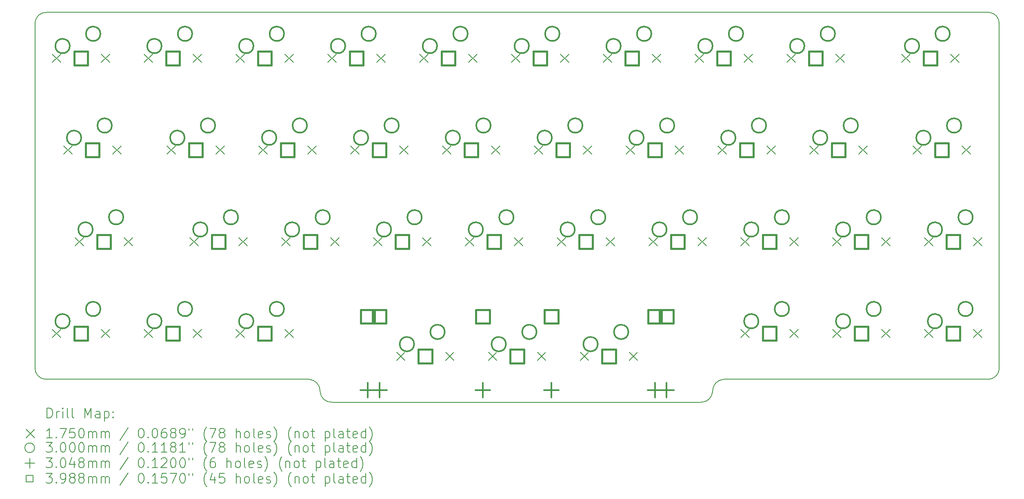
<source format=gbr>
%TF.GenerationSoftware,KiCad,Pcbnew,7.0.6*%
%TF.CreationDate,2023-07-16T16:10:14-04:00*%
%TF.ProjectId,cutiepie2040-hotswap,63757469-6570-4696-9532-3034302d686f,rev?*%
%TF.SameCoordinates,PX2d6b3a0PY6f46b48*%
%TF.FileFunction,Drillmap*%
%TF.FilePolarity,Positive*%
%FSLAX45Y45*%
G04 Gerber Fmt 4.5, Leading zero omitted, Abs format (unit mm)*
G04 Created by KiCad (PCBNEW 7.0.6) date 2023-07-16 16:10:14*
%MOMM*%
%LPD*%
G01*
G04 APERTURE LIST*
%ADD10C,0.200000*%
%ADD11C,0.175000*%
%ADD12C,0.300000*%
%ADD13C,0.304800*%
%ADD14C,0.398780*%
G04 APERTURE END LIST*
D10*
X239988Y8096281D02*
G75*
G03*
X-12Y7886485I-10890J-229716D01*
G01*
X239988Y8096279D02*
X19794988Y8096279D01*
X5914393Y219057D02*
G75*
G03*
X5683967Y476279I-243825J13398D01*
G01*
X-7Y718779D02*
G75*
G03*
X209988Y476279I231175J-11985D01*
G01*
X6161467Y29D02*
X13809988Y29D01*
X19761467Y476277D02*
G75*
G03*
X20002488Y687593I10532J231097D01*
G01*
X5914394Y219057D02*
G75*
G03*
X6161467Y29I233054J14028D01*
G01*
X14287488Y476282D02*
G75*
G03*
X14057061Y221978I11930J-242358D01*
G01*
X14287488Y476279D02*
X19761467Y476279D01*
X-12Y718779D02*
X-12Y7886485D01*
X209988Y476279D02*
X5683967Y476279D01*
X20002489Y7857758D02*
G75*
G03*
X19794988Y8096279I-227901J11256D01*
G01*
X20002488Y7857758D02*
X20002488Y687593D01*
X13809988Y22D02*
G75*
G03*
X14057061Y221978I12560J234512D01*
G01*
D11*
X356988Y7231279D02*
X531988Y7056279D01*
X531988Y7231279D02*
X356988Y7056279D01*
X356988Y1516279D02*
X531988Y1341279D01*
X531988Y1516279D02*
X356988Y1341279D01*
X595113Y5326279D02*
X770113Y5151279D01*
X770113Y5326279D02*
X595113Y5151279D01*
X833238Y3421279D02*
X1008238Y3246279D01*
X1008238Y3421279D02*
X833238Y3246279D01*
X1372988Y7231279D02*
X1547988Y7056279D01*
X1547988Y7231279D02*
X1372988Y7056279D01*
X1372988Y1516279D02*
X1547988Y1341279D01*
X1547988Y1516279D02*
X1372988Y1341279D01*
X1611113Y5326279D02*
X1786113Y5151279D01*
X1786113Y5326279D02*
X1611113Y5151279D01*
X1849238Y3421279D02*
X2024238Y3246279D01*
X2024238Y3421279D02*
X1849238Y3246279D01*
X2261988Y7231279D02*
X2436988Y7056279D01*
X2436988Y7231279D02*
X2261988Y7056279D01*
X2261988Y1516279D02*
X2436988Y1341279D01*
X2436988Y1516279D02*
X2261988Y1341279D01*
X2738238Y5326279D02*
X2913238Y5151279D01*
X2913238Y5326279D02*
X2738238Y5151279D01*
X3214488Y3421279D02*
X3389488Y3246279D01*
X3389488Y3421279D02*
X3214488Y3246279D01*
X3277988Y7231279D02*
X3452988Y7056279D01*
X3452988Y7231279D02*
X3277988Y7056279D01*
X3277988Y1516279D02*
X3452988Y1341279D01*
X3452988Y1516279D02*
X3277988Y1341279D01*
X3754238Y5326279D02*
X3929238Y5151279D01*
X3929238Y5326279D02*
X3754238Y5151279D01*
X4166988Y7231279D02*
X4341988Y7056279D01*
X4341988Y7231279D02*
X4166988Y7056279D01*
X4166988Y1516279D02*
X4341988Y1341279D01*
X4341988Y1516279D02*
X4166988Y1341279D01*
X4230488Y3421279D02*
X4405488Y3246279D01*
X4405488Y3421279D02*
X4230488Y3246279D01*
X4643238Y5326279D02*
X4818238Y5151279D01*
X4818238Y5326279D02*
X4643238Y5151279D01*
X5119488Y3421279D02*
X5294488Y3246279D01*
X5294488Y3421279D02*
X5119488Y3246279D01*
X5182988Y7231279D02*
X5357988Y7056279D01*
X5357988Y7231279D02*
X5182988Y7056279D01*
X5182988Y1516279D02*
X5357988Y1341279D01*
X5357988Y1516279D02*
X5182988Y1341279D01*
X5659238Y5326279D02*
X5834238Y5151279D01*
X5834238Y5326279D02*
X5659238Y5151279D01*
X6071988Y7231279D02*
X6246988Y7056279D01*
X6246988Y7231279D02*
X6071988Y7056279D01*
X6135488Y3421279D02*
X6310488Y3246279D01*
X6310488Y3421279D02*
X6135488Y3246279D01*
X6548238Y5326279D02*
X6723238Y5151279D01*
X6723238Y5326279D02*
X6548238Y5151279D01*
X7024488Y3421279D02*
X7199488Y3246279D01*
X7199488Y3421279D02*
X7024488Y3246279D01*
X7087988Y7231279D02*
X7262988Y7056279D01*
X7262988Y7231279D02*
X7087988Y7056279D01*
X7500738Y1040029D02*
X7675738Y865029D01*
X7675738Y1040029D02*
X7500738Y865029D01*
X7564238Y5326279D02*
X7739238Y5151279D01*
X7739238Y5326279D02*
X7564238Y5151279D01*
X7976988Y7231279D02*
X8151988Y7056279D01*
X8151988Y7231279D02*
X7976988Y7056279D01*
X8040488Y3421279D02*
X8215488Y3246279D01*
X8215488Y3421279D02*
X8040488Y3246279D01*
X8453238Y5326279D02*
X8628238Y5151279D01*
X8628238Y5326279D02*
X8453238Y5151279D01*
X8516738Y1040029D02*
X8691738Y865029D01*
X8691738Y1040029D02*
X8516738Y865029D01*
X8929488Y3421279D02*
X9104488Y3246279D01*
X9104488Y3421279D02*
X8929488Y3246279D01*
X8992988Y7231279D02*
X9167988Y7056279D01*
X9167988Y7231279D02*
X8992988Y7056279D01*
X9405738Y1040002D02*
X9580738Y865002D01*
X9580738Y1040002D02*
X9405738Y865002D01*
X9469238Y5326279D02*
X9644238Y5151279D01*
X9644238Y5326279D02*
X9469238Y5151279D01*
X9881988Y7231279D02*
X10056988Y7056279D01*
X10056988Y7231279D02*
X9881988Y7056279D01*
X9945488Y3421279D02*
X10120488Y3246279D01*
X10120488Y3421279D02*
X9945488Y3246279D01*
X10358238Y5326279D02*
X10533238Y5151279D01*
X10533238Y5326279D02*
X10358238Y5151279D01*
X10421738Y1040002D02*
X10596738Y865002D01*
X10596738Y1040002D02*
X10421738Y865002D01*
X10834488Y3421279D02*
X11009488Y3246279D01*
X11009488Y3421279D02*
X10834488Y3246279D01*
X10897988Y7231279D02*
X11072988Y7056279D01*
X11072988Y7231279D02*
X10897988Y7056279D01*
X11310738Y1040002D02*
X11485738Y865002D01*
X11485738Y1040002D02*
X11310738Y865002D01*
X11374238Y5326279D02*
X11549238Y5151279D01*
X11549238Y5326279D02*
X11374238Y5151279D01*
X11786988Y7231279D02*
X11961988Y7056279D01*
X11961988Y7231279D02*
X11786988Y7056279D01*
X11850488Y3421279D02*
X12025488Y3246279D01*
X12025488Y3421279D02*
X11850488Y3246279D01*
X12263238Y5326279D02*
X12438238Y5151279D01*
X12438238Y5326279D02*
X12263238Y5151279D01*
X12326738Y1040002D02*
X12501738Y865002D01*
X12501738Y1040002D02*
X12326738Y865002D01*
X12739488Y3421279D02*
X12914488Y3246279D01*
X12914488Y3421279D02*
X12739488Y3246279D01*
X12802988Y7231279D02*
X12977988Y7056279D01*
X12977988Y7231279D02*
X12802988Y7056279D01*
X13279238Y5326279D02*
X13454238Y5151279D01*
X13454238Y5326279D02*
X13279238Y5151279D01*
X13691988Y7231279D02*
X13866988Y7056279D01*
X13866988Y7231279D02*
X13691988Y7056279D01*
X13755488Y3421279D02*
X13930488Y3246279D01*
X13930488Y3421279D02*
X13755488Y3246279D01*
X14168238Y5326279D02*
X14343238Y5151279D01*
X14343238Y5326279D02*
X14168238Y5151279D01*
X14644488Y3421279D02*
X14819488Y3246279D01*
X14819488Y3421279D02*
X14644488Y3246279D01*
X14644488Y1516279D02*
X14819488Y1341279D01*
X14819488Y1516279D02*
X14644488Y1341279D01*
X14707988Y7231279D02*
X14882988Y7056279D01*
X14882988Y7231279D02*
X14707988Y7056279D01*
X15184238Y5326279D02*
X15359238Y5151279D01*
X15359238Y5326279D02*
X15184238Y5151279D01*
X15596988Y7231279D02*
X15771988Y7056279D01*
X15771988Y7231279D02*
X15596988Y7056279D01*
X15660488Y3421279D02*
X15835488Y3246279D01*
X15835488Y3421279D02*
X15660488Y3246279D01*
X15660488Y1516279D02*
X15835488Y1341279D01*
X15835488Y1516279D02*
X15660488Y1341279D01*
X16073238Y5326279D02*
X16248238Y5151279D01*
X16248238Y5326279D02*
X16073238Y5151279D01*
X16549488Y3421279D02*
X16724488Y3246279D01*
X16724488Y3421279D02*
X16549488Y3246279D01*
X16549488Y1516279D02*
X16724488Y1341279D01*
X16724488Y1516279D02*
X16549488Y1341279D01*
X16612988Y7231279D02*
X16787988Y7056279D01*
X16787988Y7231279D02*
X16612988Y7056279D01*
X17089238Y5326279D02*
X17264238Y5151279D01*
X17264238Y5326279D02*
X17089238Y5151279D01*
X17565488Y3421279D02*
X17740488Y3246279D01*
X17740488Y3421279D02*
X17565488Y3246279D01*
X17565488Y1516279D02*
X17740488Y1341279D01*
X17740488Y1516279D02*
X17565488Y1341279D01*
X17978238Y7231279D02*
X18153238Y7056279D01*
X18153238Y7231279D02*
X17978238Y7056279D01*
X18216363Y5326279D02*
X18391363Y5151279D01*
X18391363Y5326279D02*
X18216363Y5151279D01*
X18454488Y3421279D02*
X18629488Y3246279D01*
X18629488Y3421279D02*
X18454488Y3246279D01*
X18454488Y1516279D02*
X18629488Y1341279D01*
X18629488Y1516279D02*
X18454488Y1341279D01*
X18994238Y7231279D02*
X19169238Y7056279D01*
X19169238Y7231279D02*
X18994238Y7056279D01*
X19232363Y5326279D02*
X19407363Y5151279D01*
X19407363Y5326279D02*
X19232363Y5151279D01*
X19470488Y3421279D02*
X19645488Y3246279D01*
X19645488Y3421279D02*
X19470488Y3246279D01*
X19470488Y1516279D02*
X19645488Y1341279D01*
X19645488Y1516279D02*
X19470488Y1341279D01*
D12*
X721488Y7397779D02*
G75*
G03*
X721488Y7397779I-150000J0D01*
G01*
X721488Y1682779D02*
G75*
G03*
X721488Y1682779I-150000J0D01*
G01*
X959613Y5492779D02*
G75*
G03*
X959613Y5492779I-150000J0D01*
G01*
X1197738Y3587779D02*
G75*
G03*
X1197738Y3587779I-150000J0D01*
G01*
X1356488Y7651779D02*
G75*
G03*
X1356488Y7651779I-150000J0D01*
G01*
X1356488Y1936779D02*
G75*
G03*
X1356488Y1936779I-150000J0D01*
G01*
X1594613Y5746779D02*
G75*
G03*
X1594613Y5746779I-150000J0D01*
G01*
X1832738Y3841779D02*
G75*
G03*
X1832738Y3841779I-150000J0D01*
G01*
X2626488Y7397779D02*
G75*
G03*
X2626488Y7397779I-150000J0D01*
G01*
X2626488Y1682779D02*
G75*
G03*
X2626488Y1682779I-150000J0D01*
G01*
X3102738Y5492779D02*
G75*
G03*
X3102738Y5492779I-150000J0D01*
G01*
X3261488Y7651779D02*
G75*
G03*
X3261488Y7651779I-150000J0D01*
G01*
X3261488Y1936779D02*
G75*
G03*
X3261488Y1936779I-150000J0D01*
G01*
X3578988Y3587779D02*
G75*
G03*
X3578988Y3587779I-150000J0D01*
G01*
X3737738Y5746779D02*
G75*
G03*
X3737738Y5746779I-150000J0D01*
G01*
X4213988Y3841779D02*
G75*
G03*
X4213988Y3841779I-150000J0D01*
G01*
X4531488Y7397779D02*
G75*
G03*
X4531488Y7397779I-150000J0D01*
G01*
X4531488Y1682779D02*
G75*
G03*
X4531488Y1682779I-150000J0D01*
G01*
X5007738Y5492779D02*
G75*
G03*
X5007738Y5492779I-150000J0D01*
G01*
X5166488Y7651779D02*
G75*
G03*
X5166488Y7651779I-150000J0D01*
G01*
X5166488Y1936779D02*
G75*
G03*
X5166488Y1936779I-150000J0D01*
G01*
X5483988Y3587779D02*
G75*
G03*
X5483988Y3587779I-150000J0D01*
G01*
X5642738Y5746779D02*
G75*
G03*
X5642738Y5746779I-150000J0D01*
G01*
X6118988Y3841779D02*
G75*
G03*
X6118988Y3841779I-150000J0D01*
G01*
X6436488Y7397779D02*
G75*
G03*
X6436488Y7397779I-150000J0D01*
G01*
X6912738Y5492779D02*
G75*
G03*
X6912738Y5492779I-150000J0D01*
G01*
X7071488Y7651779D02*
G75*
G03*
X7071488Y7651779I-150000J0D01*
G01*
X7388988Y3587779D02*
G75*
G03*
X7388988Y3587779I-150000J0D01*
G01*
X7547738Y5746779D02*
G75*
G03*
X7547738Y5746779I-150000J0D01*
G01*
X7865238Y1206529D02*
G75*
G03*
X7865238Y1206529I-150000J0D01*
G01*
X8023988Y3841779D02*
G75*
G03*
X8023988Y3841779I-150000J0D01*
G01*
X8341488Y7397779D02*
G75*
G03*
X8341488Y7397779I-150000J0D01*
G01*
X8500238Y1460529D02*
G75*
G03*
X8500238Y1460529I-150000J0D01*
G01*
X8817738Y5492779D02*
G75*
G03*
X8817738Y5492779I-150000J0D01*
G01*
X8976488Y7651779D02*
G75*
G03*
X8976488Y7651779I-150000J0D01*
G01*
X9293988Y3587779D02*
G75*
G03*
X9293988Y3587779I-150000J0D01*
G01*
X9452738Y5746779D02*
G75*
G03*
X9452738Y5746779I-150000J0D01*
G01*
X9770238Y1206502D02*
G75*
G03*
X9770238Y1206502I-150000J0D01*
G01*
X9928988Y3841779D02*
G75*
G03*
X9928988Y3841779I-150000J0D01*
G01*
X10246488Y7397779D02*
G75*
G03*
X10246488Y7397779I-150000J0D01*
G01*
X10405238Y1460502D02*
G75*
G03*
X10405238Y1460502I-150000J0D01*
G01*
X10722738Y5492779D02*
G75*
G03*
X10722738Y5492779I-150000J0D01*
G01*
X10881488Y7651779D02*
G75*
G03*
X10881488Y7651779I-150000J0D01*
G01*
X11198988Y3587779D02*
G75*
G03*
X11198988Y3587779I-150000J0D01*
G01*
X11357738Y5746779D02*
G75*
G03*
X11357738Y5746779I-150000J0D01*
G01*
X11675238Y1206502D02*
G75*
G03*
X11675238Y1206502I-150000J0D01*
G01*
X11833988Y3841779D02*
G75*
G03*
X11833988Y3841779I-150000J0D01*
G01*
X12151488Y7397779D02*
G75*
G03*
X12151488Y7397779I-150000J0D01*
G01*
X12310238Y1460502D02*
G75*
G03*
X12310238Y1460502I-150000J0D01*
G01*
X12627738Y5492779D02*
G75*
G03*
X12627738Y5492779I-150000J0D01*
G01*
X12786488Y7651779D02*
G75*
G03*
X12786488Y7651779I-150000J0D01*
G01*
X13103988Y3587779D02*
G75*
G03*
X13103988Y3587779I-150000J0D01*
G01*
X13262738Y5746779D02*
G75*
G03*
X13262738Y5746779I-150000J0D01*
G01*
X13738988Y3841779D02*
G75*
G03*
X13738988Y3841779I-150000J0D01*
G01*
X14056488Y7397779D02*
G75*
G03*
X14056488Y7397779I-150000J0D01*
G01*
X14532738Y5492779D02*
G75*
G03*
X14532738Y5492779I-150000J0D01*
G01*
X14691488Y7651779D02*
G75*
G03*
X14691488Y7651779I-150000J0D01*
G01*
X15008988Y3587779D02*
G75*
G03*
X15008988Y3587779I-150000J0D01*
G01*
X15008988Y1682779D02*
G75*
G03*
X15008988Y1682779I-150000J0D01*
G01*
X15167738Y5746779D02*
G75*
G03*
X15167738Y5746779I-150000J0D01*
G01*
X15643988Y3841779D02*
G75*
G03*
X15643988Y3841779I-150000J0D01*
G01*
X15643988Y1936779D02*
G75*
G03*
X15643988Y1936779I-150000J0D01*
G01*
X15961488Y7397779D02*
G75*
G03*
X15961488Y7397779I-150000J0D01*
G01*
X16437738Y5492779D02*
G75*
G03*
X16437738Y5492779I-150000J0D01*
G01*
X16596488Y7651779D02*
G75*
G03*
X16596488Y7651779I-150000J0D01*
G01*
X16913988Y3587779D02*
G75*
G03*
X16913988Y3587779I-150000J0D01*
G01*
X16913988Y1682779D02*
G75*
G03*
X16913988Y1682779I-150000J0D01*
G01*
X17072738Y5746779D02*
G75*
G03*
X17072738Y5746779I-150000J0D01*
G01*
X17548988Y3841779D02*
G75*
G03*
X17548988Y3841779I-150000J0D01*
G01*
X17548988Y1936779D02*
G75*
G03*
X17548988Y1936779I-150000J0D01*
G01*
X18342738Y7397779D02*
G75*
G03*
X18342738Y7397779I-150000J0D01*
G01*
X18580863Y5492779D02*
G75*
G03*
X18580863Y5492779I-150000J0D01*
G01*
X18818988Y3587779D02*
G75*
G03*
X18818988Y3587779I-150000J0D01*
G01*
X18818988Y1682779D02*
G75*
G03*
X18818988Y1682779I-150000J0D01*
G01*
X18977738Y7651779D02*
G75*
G03*
X18977738Y7651779I-150000J0D01*
G01*
X19215863Y5746779D02*
G75*
G03*
X19215863Y5746779I-150000J0D01*
G01*
X19453988Y3841779D02*
G75*
G03*
X19453988Y3841779I-150000J0D01*
G01*
X19453988Y1936779D02*
G75*
G03*
X19453988Y1936779I-150000J0D01*
G01*
D13*
X6902438Y406429D02*
X6902438Y101629D01*
X6750038Y254029D02*
X7054838Y254029D01*
X7143738Y406402D02*
X7143738Y101602D01*
X6991338Y254002D02*
X7296138Y254002D01*
X9290038Y406429D02*
X9290038Y101629D01*
X9137638Y254029D02*
X9442438Y254029D01*
X10712438Y406402D02*
X10712438Y101602D01*
X10560038Y254002D02*
X10864838Y254002D01*
X12858738Y406402D02*
X12858738Y101602D01*
X12706338Y254002D02*
X13011138Y254002D01*
X13100038Y406402D02*
X13100038Y101602D01*
X12947638Y254002D02*
X13252438Y254002D01*
D14*
X1093479Y7002788D02*
X1093479Y7284771D01*
X811497Y7284771D01*
X811497Y7002788D01*
X1093479Y7002788D01*
X1093479Y1287788D02*
X1093479Y1569771D01*
X811497Y1569771D01*
X811497Y1287788D01*
X1093479Y1287788D01*
X1331604Y5097788D02*
X1331604Y5379771D01*
X1049622Y5379771D01*
X1049622Y5097788D01*
X1331604Y5097788D01*
X1569729Y3192788D02*
X1569729Y3474771D01*
X1287747Y3474771D01*
X1287747Y3192788D01*
X1569729Y3192788D01*
X2998479Y7002788D02*
X2998479Y7284771D01*
X2716497Y7284771D01*
X2716497Y7002788D01*
X2998479Y7002788D01*
X2998479Y1287788D02*
X2998479Y1569771D01*
X2716497Y1569771D01*
X2716497Y1287788D01*
X2998479Y1287788D01*
X3474729Y5097788D02*
X3474729Y5379771D01*
X3192747Y5379771D01*
X3192747Y5097788D01*
X3474729Y5097788D01*
X3950979Y3192788D02*
X3950979Y3474771D01*
X3668997Y3474771D01*
X3668997Y3192788D01*
X3950979Y3192788D01*
X4903479Y7002788D02*
X4903479Y7284771D01*
X4621497Y7284771D01*
X4621497Y7002788D01*
X4903479Y7002788D01*
X4903479Y1287788D02*
X4903479Y1569771D01*
X4621497Y1569771D01*
X4621497Y1287788D01*
X4903479Y1287788D01*
X5379729Y5097788D02*
X5379729Y5379771D01*
X5097747Y5379771D01*
X5097747Y5097788D01*
X5379729Y5097788D01*
X5855979Y3192788D02*
X5855979Y3474771D01*
X5573997Y3474771D01*
X5573997Y3192788D01*
X5855979Y3192788D01*
X6808479Y7002788D02*
X6808479Y7284771D01*
X6526497Y7284771D01*
X6526497Y7002788D01*
X6808479Y7002788D01*
X7043429Y1637038D02*
X7043429Y1919021D01*
X6761447Y1919021D01*
X6761447Y1637038D01*
X7043429Y1637038D01*
X7284729Y5097788D02*
X7284729Y5379771D01*
X7002747Y5379771D01*
X7002747Y5097788D01*
X7284729Y5097788D01*
X7284729Y1637011D02*
X7284729Y1918994D01*
X7002747Y1918994D01*
X7002747Y1637011D01*
X7284729Y1637011D01*
X7760979Y3192788D02*
X7760979Y3474771D01*
X7478997Y3474771D01*
X7478997Y3192788D01*
X7760979Y3192788D01*
X8237229Y811538D02*
X8237229Y1093521D01*
X7955247Y1093521D01*
X7955247Y811538D01*
X8237229Y811538D01*
X8713479Y7002788D02*
X8713479Y7284771D01*
X8431497Y7284771D01*
X8431497Y7002788D01*
X8713479Y7002788D01*
X9189729Y5097788D02*
X9189729Y5379771D01*
X8907747Y5379771D01*
X8907747Y5097788D01*
X9189729Y5097788D01*
X9431029Y1637038D02*
X9431029Y1919021D01*
X9149047Y1919021D01*
X9149047Y1637038D01*
X9431029Y1637038D01*
X9665979Y3192788D02*
X9665979Y3474771D01*
X9383997Y3474771D01*
X9383997Y3192788D01*
X9665979Y3192788D01*
X10142229Y811511D02*
X10142229Y1093494D01*
X9860247Y1093494D01*
X9860247Y811511D01*
X10142229Y811511D01*
X10618479Y7002788D02*
X10618479Y7284771D01*
X10336497Y7284771D01*
X10336497Y7002788D01*
X10618479Y7002788D01*
X10853429Y1637011D02*
X10853429Y1918994D01*
X10571447Y1918994D01*
X10571447Y1637011D01*
X10853429Y1637011D01*
X11094729Y5097788D02*
X11094729Y5379771D01*
X10812747Y5379771D01*
X10812747Y5097788D01*
X11094729Y5097788D01*
X11570979Y3192788D02*
X11570979Y3474771D01*
X11288997Y3474771D01*
X11288997Y3192788D01*
X11570979Y3192788D01*
X12047229Y811511D02*
X12047229Y1093494D01*
X11765247Y1093494D01*
X11765247Y811511D01*
X12047229Y811511D01*
X12523479Y7002788D02*
X12523479Y7284771D01*
X12241497Y7284771D01*
X12241497Y7002788D01*
X12523479Y7002788D01*
X12999729Y5097788D02*
X12999729Y5379771D01*
X12717747Y5379771D01*
X12717747Y5097788D01*
X12999729Y5097788D01*
X12999729Y1637011D02*
X12999729Y1918994D01*
X12717747Y1918994D01*
X12717747Y1637011D01*
X12999729Y1637011D01*
X13241029Y1637011D02*
X13241029Y1918994D01*
X12959047Y1918994D01*
X12959047Y1637011D01*
X13241029Y1637011D01*
X13475979Y3192788D02*
X13475979Y3474771D01*
X13193997Y3474771D01*
X13193997Y3192788D01*
X13475979Y3192788D01*
X14428479Y7002788D02*
X14428479Y7284771D01*
X14146497Y7284771D01*
X14146497Y7002788D01*
X14428479Y7002788D01*
X14904729Y5097788D02*
X14904729Y5379771D01*
X14622747Y5379771D01*
X14622747Y5097788D01*
X14904729Y5097788D01*
X15380979Y3192788D02*
X15380979Y3474771D01*
X15098997Y3474771D01*
X15098997Y3192788D01*
X15380979Y3192788D01*
X15380979Y1287788D02*
X15380979Y1569771D01*
X15098997Y1569771D01*
X15098997Y1287788D01*
X15380979Y1287788D01*
X16333479Y7002788D02*
X16333479Y7284771D01*
X16051497Y7284771D01*
X16051497Y7002788D01*
X16333479Y7002788D01*
X16809729Y5097788D02*
X16809729Y5379771D01*
X16527747Y5379771D01*
X16527747Y5097788D01*
X16809729Y5097788D01*
X17285979Y3192788D02*
X17285979Y3474771D01*
X17003997Y3474771D01*
X17003997Y3192788D01*
X17285979Y3192788D01*
X17285979Y1287788D02*
X17285979Y1569771D01*
X17003997Y1569771D01*
X17003997Y1287788D01*
X17285979Y1287788D01*
X18714729Y7002788D02*
X18714729Y7284771D01*
X18432747Y7284771D01*
X18432747Y7002788D01*
X18714729Y7002788D01*
X18952854Y5097788D02*
X18952854Y5379771D01*
X18670872Y5379771D01*
X18670872Y5097788D01*
X18952854Y5097788D01*
X19190979Y3192788D02*
X19190979Y3474771D01*
X18908997Y3474771D01*
X18908997Y3192788D01*
X19190979Y3192788D01*
X19190979Y1287788D02*
X19190979Y1569771D01*
X18908997Y1569771D01*
X18908997Y1287788D01*
X19190979Y1287788D01*
D10*
X250459Y-321876D02*
X250459Y-121876D01*
X250459Y-121876D02*
X298078Y-121876D01*
X298078Y-121876D02*
X326649Y-131399D01*
X326649Y-131399D02*
X345697Y-150447D01*
X345697Y-150447D02*
X355221Y-169495D01*
X355221Y-169495D02*
X364744Y-207590D01*
X364744Y-207590D02*
X364744Y-236161D01*
X364744Y-236161D02*
X355221Y-274257D01*
X355221Y-274257D02*
X345697Y-293304D01*
X345697Y-293304D02*
X326649Y-312352D01*
X326649Y-312352D02*
X298078Y-321876D01*
X298078Y-321876D02*
X250459Y-321876D01*
X450459Y-321876D02*
X450459Y-188542D01*
X450459Y-226637D02*
X459983Y-207590D01*
X459983Y-207590D02*
X469506Y-198066D01*
X469506Y-198066D02*
X488554Y-188542D01*
X488554Y-188542D02*
X507602Y-188542D01*
X574268Y-321876D02*
X574268Y-188542D01*
X574268Y-121876D02*
X564745Y-131399D01*
X564745Y-131399D02*
X574268Y-140923D01*
X574268Y-140923D02*
X583792Y-131399D01*
X583792Y-131399D02*
X574268Y-121876D01*
X574268Y-121876D02*
X574268Y-140923D01*
X698078Y-321876D02*
X679030Y-312352D01*
X679030Y-312352D02*
X669506Y-293304D01*
X669506Y-293304D02*
X669506Y-121876D01*
X802840Y-321876D02*
X783792Y-312352D01*
X783792Y-312352D02*
X774268Y-293304D01*
X774268Y-293304D02*
X774268Y-121876D01*
X1031411Y-321876D02*
X1031411Y-121876D01*
X1031411Y-121876D02*
X1098078Y-264733D01*
X1098078Y-264733D02*
X1164745Y-121876D01*
X1164745Y-121876D02*
X1164745Y-321876D01*
X1345697Y-321876D02*
X1345697Y-217114D01*
X1345697Y-217114D02*
X1336173Y-198066D01*
X1336173Y-198066D02*
X1317126Y-188542D01*
X1317126Y-188542D02*
X1279030Y-188542D01*
X1279030Y-188542D02*
X1259983Y-198066D01*
X1345697Y-312352D02*
X1326649Y-321876D01*
X1326649Y-321876D02*
X1279030Y-321876D01*
X1279030Y-321876D02*
X1259983Y-312352D01*
X1259983Y-312352D02*
X1250459Y-293304D01*
X1250459Y-293304D02*
X1250459Y-274257D01*
X1250459Y-274257D02*
X1259983Y-255209D01*
X1259983Y-255209D02*
X1279030Y-245685D01*
X1279030Y-245685D02*
X1326649Y-245685D01*
X1326649Y-245685D02*
X1345697Y-236161D01*
X1440935Y-188542D02*
X1440935Y-388542D01*
X1440935Y-198066D02*
X1459983Y-188542D01*
X1459983Y-188542D02*
X1498078Y-188542D01*
X1498078Y-188542D02*
X1517125Y-198066D01*
X1517125Y-198066D02*
X1526649Y-207590D01*
X1526649Y-207590D02*
X1536173Y-226637D01*
X1536173Y-226637D02*
X1536173Y-283780D01*
X1536173Y-283780D02*
X1526649Y-302828D01*
X1526649Y-302828D02*
X1517125Y-312352D01*
X1517125Y-312352D02*
X1498078Y-321876D01*
X1498078Y-321876D02*
X1459983Y-321876D01*
X1459983Y-321876D02*
X1440935Y-312352D01*
X1621887Y-302828D02*
X1631411Y-312352D01*
X1631411Y-312352D02*
X1621887Y-321876D01*
X1621887Y-321876D02*
X1612364Y-312352D01*
X1612364Y-312352D02*
X1621887Y-302828D01*
X1621887Y-302828D02*
X1621887Y-321876D01*
X1621887Y-198066D02*
X1631411Y-207590D01*
X1631411Y-207590D02*
X1621887Y-217114D01*
X1621887Y-217114D02*
X1612364Y-207590D01*
X1612364Y-207590D02*
X1621887Y-198066D01*
X1621887Y-198066D02*
X1621887Y-217114D01*
D11*
X-185318Y-562892D02*
X-10318Y-737892D01*
X-10318Y-562892D02*
X-185318Y-737892D01*
D10*
X355221Y-741876D02*
X240935Y-741876D01*
X298078Y-741876D02*
X298078Y-541876D01*
X298078Y-541876D02*
X279030Y-570447D01*
X279030Y-570447D02*
X259983Y-589495D01*
X259983Y-589495D02*
X240935Y-599018D01*
X440935Y-722828D02*
X450459Y-732352D01*
X450459Y-732352D02*
X440935Y-741876D01*
X440935Y-741876D02*
X431411Y-732352D01*
X431411Y-732352D02*
X440935Y-722828D01*
X440935Y-722828D02*
X440935Y-741876D01*
X517125Y-541876D02*
X650459Y-541876D01*
X650459Y-541876D02*
X564745Y-741876D01*
X821887Y-541876D02*
X726649Y-541876D01*
X726649Y-541876D02*
X717125Y-637114D01*
X717125Y-637114D02*
X726649Y-627590D01*
X726649Y-627590D02*
X745697Y-618066D01*
X745697Y-618066D02*
X793316Y-618066D01*
X793316Y-618066D02*
X812364Y-627590D01*
X812364Y-627590D02*
X821887Y-637114D01*
X821887Y-637114D02*
X831411Y-656161D01*
X831411Y-656161D02*
X831411Y-703780D01*
X831411Y-703780D02*
X821887Y-722828D01*
X821887Y-722828D02*
X812364Y-732352D01*
X812364Y-732352D02*
X793316Y-741876D01*
X793316Y-741876D02*
X745697Y-741876D01*
X745697Y-741876D02*
X726649Y-732352D01*
X726649Y-732352D02*
X717125Y-722828D01*
X955221Y-541876D02*
X974268Y-541876D01*
X974268Y-541876D02*
X993316Y-551399D01*
X993316Y-551399D02*
X1002840Y-560923D01*
X1002840Y-560923D02*
X1012364Y-579971D01*
X1012364Y-579971D02*
X1021887Y-618066D01*
X1021887Y-618066D02*
X1021887Y-665685D01*
X1021887Y-665685D02*
X1012364Y-703780D01*
X1012364Y-703780D02*
X1002840Y-722828D01*
X1002840Y-722828D02*
X993316Y-732352D01*
X993316Y-732352D02*
X974268Y-741876D01*
X974268Y-741876D02*
X955221Y-741876D01*
X955221Y-741876D02*
X936173Y-732352D01*
X936173Y-732352D02*
X926649Y-722828D01*
X926649Y-722828D02*
X917125Y-703780D01*
X917125Y-703780D02*
X907602Y-665685D01*
X907602Y-665685D02*
X907602Y-618066D01*
X907602Y-618066D02*
X917125Y-579971D01*
X917125Y-579971D02*
X926649Y-560923D01*
X926649Y-560923D02*
X936173Y-551399D01*
X936173Y-551399D02*
X955221Y-541876D01*
X1107602Y-741876D02*
X1107602Y-608542D01*
X1107602Y-627590D02*
X1117126Y-618066D01*
X1117126Y-618066D02*
X1136173Y-608542D01*
X1136173Y-608542D02*
X1164745Y-608542D01*
X1164745Y-608542D02*
X1183792Y-618066D01*
X1183792Y-618066D02*
X1193316Y-637114D01*
X1193316Y-637114D02*
X1193316Y-741876D01*
X1193316Y-637114D02*
X1202840Y-618066D01*
X1202840Y-618066D02*
X1221887Y-608542D01*
X1221887Y-608542D02*
X1250459Y-608542D01*
X1250459Y-608542D02*
X1269507Y-618066D01*
X1269507Y-618066D02*
X1279030Y-637114D01*
X1279030Y-637114D02*
X1279030Y-741876D01*
X1374268Y-741876D02*
X1374268Y-608542D01*
X1374268Y-627590D02*
X1383792Y-618066D01*
X1383792Y-618066D02*
X1402840Y-608542D01*
X1402840Y-608542D02*
X1431411Y-608542D01*
X1431411Y-608542D02*
X1450459Y-618066D01*
X1450459Y-618066D02*
X1459983Y-637114D01*
X1459983Y-637114D02*
X1459983Y-741876D01*
X1459983Y-637114D02*
X1469506Y-618066D01*
X1469506Y-618066D02*
X1488554Y-608542D01*
X1488554Y-608542D02*
X1517125Y-608542D01*
X1517125Y-608542D02*
X1536173Y-618066D01*
X1536173Y-618066D02*
X1545697Y-637114D01*
X1545697Y-637114D02*
X1545697Y-741876D01*
X1936173Y-532352D02*
X1764745Y-789495D01*
X2193316Y-541876D02*
X2212364Y-541876D01*
X2212364Y-541876D02*
X2231411Y-551399D01*
X2231411Y-551399D02*
X2240935Y-560923D01*
X2240935Y-560923D02*
X2250459Y-579971D01*
X2250459Y-579971D02*
X2259983Y-618066D01*
X2259983Y-618066D02*
X2259983Y-665685D01*
X2259983Y-665685D02*
X2250459Y-703780D01*
X2250459Y-703780D02*
X2240935Y-722828D01*
X2240935Y-722828D02*
X2231411Y-732352D01*
X2231411Y-732352D02*
X2212364Y-741876D01*
X2212364Y-741876D02*
X2193316Y-741876D01*
X2193316Y-741876D02*
X2174269Y-732352D01*
X2174269Y-732352D02*
X2164745Y-722828D01*
X2164745Y-722828D02*
X2155221Y-703780D01*
X2155221Y-703780D02*
X2145697Y-665685D01*
X2145697Y-665685D02*
X2145697Y-618066D01*
X2145697Y-618066D02*
X2155221Y-579971D01*
X2155221Y-579971D02*
X2164745Y-560923D01*
X2164745Y-560923D02*
X2174269Y-551399D01*
X2174269Y-551399D02*
X2193316Y-541876D01*
X2345697Y-722828D02*
X2355221Y-732352D01*
X2355221Y-732352D02*
X2345697Y-741876D01*
X2345697Y-741876D02*
X2336173Y-732352D01*
X2336173Y-732352D02*
X2345697Y-722828D01*
X2345697Y-722828D02*
X2345697Y-741876D01*
X2479030Y-541876D02*
X2498078Y-541876D01*
X2498078Y-541876D02*
X2517126Y-551399D01*
X2517126Y-551399D02*
X2526650Y-560923D01*
X2526650Y-560923D02*
X2536173Y-579971D01*
X2536173Y-579971D02*
X2545697Y-618066D01*
X2545697Y-618066D02*
X2545697Y-665685D01*
X2545697Y-665685D02*
X2536173Y-703780D01*
X2536173Y-703780D02*
X2526650Y-722828D01*
X2526650Y-722828D02*
X2517126Y-732352D01*
X2517126Y-732352D02*
X2498078Y-741876D01*
X2498078Y-741876D02*
X2479030Y-741876D01*
X2479030Y-741876D02*
X2459983Y-732352D01*
X2459983Y-732352D02*
X2450459Y-722828D01*
X2450459Y-722828D02*
X2440935Y-703780D01*
X2440935Y-703780D02*
X2431411Y-665685D01*
X2431411Y-665685D02*
X2431411Y-618066D01*
X2431411Y-618066D02*
X2440935Y-579971D01*
X2440935Y-579971D02*
X2450459Y-560923D01*
X2450459Y-560923D02*
X2459983Y-551399D01*
X2459983Y-551399D02*
X2479030Y-541876D01*
X2717126Y-541876D02*
X2679030Y-541876D01*
X2679030Y-541876D02*
X2659983Y-551399D01*
X2659983Y-551399D02*
X2650459Y-560923D01*
X2650459Y-560923D02*
X2631411Y-589495D01*
X2631411Y-589495D02*
X2621888Y-627590D01*
X2621888Y-627590D02*
X2621888Y-703780D01*
X2621888Y-703780D02*
X2631411Y-722828D01*
X2631411Y-722828D02*
X2640935Y-732352D01*
X2640935Y-732352D02*
X2659983Y-741876D01*
X2659983Y-741876D02*
X2698078Y-741876D01*
X2698078Y-741876D02*
X2717126Y-732352D01*
X2717126Y-732352D02*
X2726650Y-722828D01*
X2726650Y-722828D02*
X2736173Y-703780D01*
X2736173Y-703780D02*
X2736173Y-656161D01*
X2736173Y-656161D02*
X2726650Y-637114D01*
X2726650Y-637114D02*
X2717126Y-627590D01*
X2717126Y-627590D02*
X2698078Y-618066D01*
X2698078Y-618066D02*
X2659983Y-618066D01*
X2659983Y-618066D02*
X2640935Y-627590D01*
X2640935Y-627590D02*
X2631411Y-637114D01*
X2631411Y-637114D02*
X2621888Y-656161D01*
X2850459Y-627590D02*
X2831411Y-618066D01*
X2831411Y-618066D02*
X2821888Y-608542D01*
X2821888Y-608542D02*
X2812364Y-589495D01*
X2812364Y-589495D02*
X2812364Y-579971D01*
X2812364Y-579971D02*
X2821888Y-560923D01*
X2821888Y-560923D02*
X2831411Y-551399D01*
X2831411Y-551399D02*
X2850459Y-541876D01*
X2850459Y-541876D02*
X2888554Y-541876D01*
X2888554Y-541876D02*
X2907602Y-551399D01*
X2907602Y-551399D02*
X2917126Y-560923D01*
X2917126Y-560923D02*
X2926649Y-579971D01*
X2926649Y-579971D02*
X2926649Y-589495D01*
X2926649Y-589495D02*
X2917126Y-608542D01*
X2917126Y-608542D02*
X2907602Y-618066D01*
X2907602Y-618066D02*
X2888554Y-627590D01*
X2888554Y-627590D02*
X2850459Y-627590D01*
X2850459Y-627590D02*
X2831411Y-637114D01*
X2831411Y-637114D02*
X2821888Y-646638D01*
X2821888Y-646638D02*
X2812364Y-665685D01*
X2812364Y-665685D02*
X2812364Y-703780D01*
X2812364Y-703780D02*
X2821888Y-722828D01*
X2821888Y-722828D02*
X2831411Y-732352D01*
X2831411Y-732352D02*
X2850459Y-741876D01*
X2850459Y-741876D02*
X2888554Y-741876D01*
X2888554Y-741876D02*
X2907602Y-732352D01*
X2907602Y-732352D02*
X2917126Y-722828D01*
X2917126Y-722828D02*
X2926649Y-703780D01*
X2926649Y-703780D02*
X2926649Y-665685D01*
X2926649Y-665685D02*
X2917126Y-646638D01*
X2917126Y-646638D02*
X2907602Y-637114D01*
X2907602Y-637114D02*
X2888554Y-627590D01*
X3021888Y-741876D02*
X3059983Y-741876D01*
X3059983Y-741876D02*
X3079030Y-732352D01*
X3079030Y-732352D02*
X3088554Y-722828D01*
X3088554Y-722828D02*
X3107602Y-694257D01*
X3107602Y-694257D02*
X3117126Y-656161D01*
X3117126Y-656161D02*
X3117126Y-579971D01*
X3117126Y-579971D02*
X3107602Y-560923D01*
X3107602Y-560923D02*
X3098078Y-551399D01*
X3098078Y-551399D02*
X3079030Y-541876D01*
X3079030Y-541876D02*
X3040935Y-541876D01*
X3040935Y-541876D02*
X3021888Y-551399D01*
X3021888Y-551399D02*
X3012364Y-560923D01*
X3012364Y-560923D02*
X3002840Y-579971D01*
X3002840Y-579971D02*
X3002840Y-627590D01*
X3002840Y-627590D02*
X3012364Y-646638D01*
X3012364Y-646638D02*
X3021888Y-656161D01*
X3021888Y-656161D02*
X3040935Y-665685D01*
X3040935Y-665685D02*
X3079030Y-665685D01*
X3079030Y-665685D02*
X3098078Y-656161D01*
X3098078Y-656161D02*
X3107602Y-646638D01*
X3107602Y-646638D02*
X3117126Y-627590D01*
X3193316Y-541876D02*
X3193316Y-579971D01*
X3269507Y-541876D02*
X3269507Y-579971D01*
X3564745Y-818066D02*
X3555221Y-808542D01*
X3555221Y-808542D02*
X3536173Y-779971D01*
X3536173Y-779971D02*
X3526650Y-760923D01*
X3526650Y-760923D02*
X3517126Y-732352D01*
X3517126Y-732352D02*
X3507602Y-684733D01*
X3507602Y-684733D02*
X3507602Y-646638D01*
X3507602Y-646638D02*
X3517126Y-599018D01*
X3517126Y-599018D02*
X3526650Y-570447D01*
X3526650Y-570447D02*
X3536173Y-551399D01*
X3536173Y-551399D02*
X3555221Y-522828D01*
X3555221Y-522828D02*
X3564745Y-513304D01*
X3621888Y-541876D02*
X3755221Y-541876D01*
X3755221Y-541876D02*
X3669507Y-741876D01*
X3859983Y-627590D02*
X3840935Y-618066D01*
X3840935Y-618066D02*
X3831411Y-608542D01*
X3831411Y-608542D02*
X3821888Y-589495D01*
X3821888Y-589495D02*
X3821888Y-579971D01*
X3821888Y-579971D02*
X3831411Y-560923D01*
X3831411Y-560923D02*
X3840935Y-551399D01*
X3840935Y-551399D02*
X3859983Y-541876D01*
X3859983Y-541876D02*
X3898078Y-541876D01*
X3898078Y-541876D02*
X3917126Y-551399D01*
X3917126Y-551399D02*
X3926650Y-560923D01*
X3926650Y-560923D02*
X3936173Y-579971D01*
X3936173Y-579971D02*
X3936173Y-589495D01*
X3936173Y-589495D02*
X3926650Y-608542D01*
X3926650Y-608542D02*
X3917126Y-618066D01*
X3917126Y-618066D02*
X3898078Y-627590D01*
X3898078Y-627590D02*
X3859983Y-627590D01*
X3859983Y-627590D02*
X3840935Y-637114D01*
X3840935Y-637114D02*
X3831411Y-646638D01*
X3831411Y-646638D02*
X3821888Y-665685D01*
X3821888Y-665685D02*
X3821888Y-703780D01*
X3821888Y-703780D02*
X3831411Y-722828D01*
X3831411Y-722828D02*
X3840935Y-732352D01*
X3840935Y-732352D02*
X3859983Y-741876D01*
X3859983Y-741876D02*
X3898078Y-741876D01*
X3898078Y-741876D02*
X3917126Y-732352D01*
X3917126Y-732352D02*
X3926650Y-722828D01*
X3926650Y-722828D02*
X3936173Y-703780D01*
X3936173Y-703780D02*
X3936173Y-665685D01*
X3936173Y-665685D02*
X3926650Y-646638D01*
X3926650Y-646638D02*
X3917126Y-637114D01*
X3917126Y-637114D02*
X3898078Y-627590D01*
X4174269Y-741876D02*
X4174269Y-541876D01*
X4259983Y-741876D02*
X4259983Y-637114D01*
X4259983Y-637114D02*
X4250459Y-618066D01*
X4250459Y-618066D02*
X4231412Y-608542D01*
X4231412Y-608542D02*
X4202840Y-608542D01*
X4202840Y-608542D02*
X4183792Y-618066D01*
X4183792Y-618066D02*
X4174269Y-627590D01*
X4383793Y-741876D02*
X4364745Y-732352D01*
X4364745Y-732352D02*
X4355221Y-722828D01*
X4355221Y-722828D02*
X4345697Y-703780D01*
X4345697Y-703780D02*
X4345697Y-646638D01*
X4345697Y-646638D02*
X4355221Y-627590D01*
X4355221Y-627590D02*
X4364745Y-618066D01*
X4364745Y-618066D02*
X4383793Y-608542D01*
X4383793Y-608542D02*
X4412364Y-608542D01*
X4412364Y-608542D02*
X4431412Y-618066D01*
X4431412Y-618066D02*
X4440935Y-627590D01*
X4440935Y-627590D02*
X4450459Y-646638D01*
X4450459Y-646638D02*
X4450459Y-703780D01*
X4450459Y-703780D02*
X4440935Y-722828D01*
X4440935Y-722828D02*
X4431412Y-732352D01*
X4431412Y-732352D02*
X4412364Y-741876D01*
X4412364Y-741876D02*
X4383793Y-741876D01*
X4564745Y-741876D02*
X4545697Y-732352D01*
X4545697Y-732352D02*
X4536174Y-713304D01*
X4536174Y-713304D02*
X4536174Y-541876D01*
X4717126Y-732352D02*
X4698078Y-741876D01*
X4698078Y-741876D02*
X4659983Y-741876D01*
X4659983Y-741876D02*
X4640935Y-732352D01*
X4640935Y-732352D02*
X4631412Y-713304D01*
X4631412Y-713304D02*
X4631412Y-637114D01*
X4631412Y-637114D02*
X4640935Y-618066D01*
X4640935Y-618066D02*
X4659983Y-608542D01*
X4659983Y-608542D02*
X4698078Y-608542D01*
X4698078Y-608542D02*
X4717126Y-618066D01*
X4717126Y-618066D02*
X4726650Y-637114D01*
X4726650Y-637114D02*
X4726650Y-656161D01*
X4726650Y-656161D02*
X4631412Y-675209D01*
X4802840Y-732352D02*
X4821888Y-741876D01*
X4821888Y-741876D02*
X4859983Y-741876D01*
X4859983Y-741876D02*
X4879031Y-732352D01*
X4879031Y-732352D02*
X4888555Y-713304D01*
X4888555Y-713304D02*
X4888555Y-703780D01*
X4888555Y-703780D02*
X4879031Y-684733D01*
X4879031Y-684733D02*
X4859983Y-675209D01*
X4859983Y-675209D02*
X4831412Y-675209D01*
X4831412Y-675209D02*
X4812364Y-665685D01*
X4812364Y-665685D02*
X4802840Y-646638D01*
X4802840Y-646638D02*
X4802840Y-637114D01*
X4802840Y-637114D02*
X4812364Y-618066D01*
X4812364Y-618066D02*
X4831412Y-608542D01*
X4831412Y-608542D02*
X4859983Y-608542D01*
X4859983Y-608542D02*
X4879031Y-618066D01*
X4955221Y-818066D02*
X4964745Y-808542D01*
X4964745Y-808542D02*
X4983793Y-779971D01*
X4983793Y-779971D02*
X4993316Y-760923D01*
X4993316Y-760923D02*
X5002840Y-732352D01*
X5002840Y-732352D02*
X5012364Y-684733D01*
X5012364Y-684733D02*
X5012364Y-646638D01*
X5012364Y-646638D02*
X5002840Y-599018D01*
X5002840Y-599018D02*
X4993316Y-570447D01*
X4993316Y-570447D02*
X4983793Y-551399D01*
X4983793Y-551399D02*
X4964745Y-522828D01*
X4964745Y-522828D02*
X4955221Y-513304D01*
X5317126Y-818066D02*
X5307602Y-808542D01*
X5307602Y-808542D02*
X5288555Y-779971D01*
X5288555Y-779971D02*
X5279031Y-760923D01*
X5279031Y-760923D02*
X5269507Y-732352D01*
X5269507Y-732352D02*
X5259983Y-684733D01*
X5259983Y-684733D02*
X5259983Y-646638D01*
X5259983Y-646638D02*
X5269507Y-599018D01*
X5269507Y-599018D02*
X5279031Y-570447D01*
X5279031Y-570447D02*
X5288555Y-551399D01*
X5288555Y-551399D02*
X5307602Y-522828D01*
X5307602Y-522828D02*
X5317126Y-513304D01*
X5393316Y-608542D02*
X5393316Y-741876D01*
X5393316Y-627590D02*
X5402840Y-618066D01*
X5402840Y-618066D02*
X5421888Y-608542D01*
X5421888Y-608542D02*
X5450459Y-608542D01*
X5450459Y-608542D02*
X5469507Y-618066D01*
X5469507Y-618066D02*
X5479031Y-637114D01*
X5479031Y-637114D02*
X5479031Y-741876D01*
X5602840Y-741876D02*
X5583793Y-732352D01*
X5583793Y-732352D02*
X5574269Y-722828D01*
X5574269Y-722828D02*
X5564745Y-703780D01*
X5564745Y-703780D02*
X5564745Y-646638D01*
X5564745Y-646638D02*
X5574269Y-627590D01*
X5574269Y-627590D02*
X5583793Y-618066D01*
X5583793Y-618066D02*
X5602840Y-608542D01*
X5602840Y-608542D02*
X5631412Y-608542D01*
X5631412Y-608542D02*
X5650459Y-618066D01*
X5650459Y-618066D02*
X5659983Y-627590D01*
X5659983Y-627590D02*
X5669507Y-646638D01*
X5669507Y-646638D02*
X5669507Y-703780D01*
X5669507Y-703780D02*
X5659983Y-722828D01*
X5659983Y-722828D02*
X5650459Y-732352D01*
X5650459Y-732352D02*
X5631412Y-741876D01*
X5631412Y-741876D02*
X5602840Y-741876D01*
X5726650Y-608542D02*
X5802840Y-608542D01*
X5755221Y-541876D02*
X5755221Y-713304D01*
X5755221Y-713304D02*
X5764745Y-732352D01*
X5764745Y-732352D02*
X5783793Y-741876D01*
X5783793Y-741876D02*
X5802840Y-741876D01*
X6021888Y-608542D02*
X6021888Y-808542D01*
X6021888Y-618066D02*
X6040935Y-608542D01*
X6040935Y-608542D02*
X6079031Y-608542D01*
X6079031Y-608542D02*
X6098078Y-618066D01*
X6098078Y-618066D02*
X6107602Y-627590D01*
X6107602Y-627590D02*
X6117126Y-646638D01*
X6117126Y-646638D02*
X6117126Y-703780D01*
X6117126Y-703780D02*
X6107602Y-722828D01*
X6107602Y-722828D02*
X6098078Y-732352D01*
X6098078Y-732352D02*
X6079031Y-741876D01*
X6079031Y-741876D02*
X6040935Y-741876D01*
X6040935Y-741876D02*
X6021888Y-732352D01*
X6231412Y-741876D02*
X6212364Y-732352D01*
X6212364Y-732352D02*
X6202840Y-713304D01*
X6202840Y-713304D02*
X6202840Y-541876D01*
X6393316Y-741876D02*
X6393316Y-637114D01*
X6393316Y-637114D02*
X6383793Y-618066D01*
X6383793Y-618066D02*
X6364745Y-608542D01*
X6364745Y-608542D02*
X6326650Y-608542D01*
X6326650Y-608542D02*
X6307602Y-618066D01*
X6393316Y-732352D02*
X6374269Y-741876D01*
X6374269Y-741876D02*
X6326650Y-741876D01*
X6326650Y-741876D02*
X6307602Y-732352D01*
X6307602Y-732352D02*
X6298078Y-713304D01*
X6298078Y-713304D02*
X6298078Y-694257D01*
X6298078Y-694257D02*
X6307602Y-675209D01*
X6307602Y-675209D02*
X6326650Y-665685D01*
X6326650Y-665685D02*
X6374269Y-665685D01*
X6374269Y-665685D02*
X6393316Y-656161D01*
X6459983Y-608542D02*
X6536174Y-608542D01*
X6488555Y-541876D02*
X6488555Y-713304D01*
X6488555Y-713304D02*
X6498078Y-732352D01*
X6498078Y-732352D02*
X6517126Y-741876D01*
X6517126Y-741876D02*
X6536174Y-741876D01*
X6679031Y-732352D02*
X6659983Y-741876D01*
X6659983Y-741876D02*
X6621888Y-741876D01*
X6621888Y-741876D02*
X6602840Y-732352D01*
X6602840Y-732352D02*
X6593316Y-713304D01*
X6593316Y-713304D02*
X6593316Y-637114D01*
X6593316Y-637114D02*
X6602840Y-618066D01*
X6602840Y-618066D02*
X6621888Y-608542D01*
X6621888Y-608542D02*
X6659983Y-608542D01*
X6659983Y-608542D02*
X6679031Y-618066D01*
X6679031Y-618066D02*
X6688555Y-637114D01*
X6688555Y-637114D02*
X6688555Y-656161D01*
X6688555Y-656161D02*
X6593316Y-675209D01*
X6859983Y-741876D02*
X6859983Y-541876D01*
X6859983Y-732352D02*
X6840936Y-741876D01*
X6840936Y-741876D02*
X6802840Y-741876D01*
X6802840Y-741876D02*
X6783793Y-732352D01*
X6783793Y-732352D02*
X6774269Y-722828D01*
X6774269Y-722828D02*
X6764745Y-703780D01*
X6764745Y-703780D02*
X6764745Y-646638D01*
X6764745Y-646638D02*
X6774269Y-627590D01*
X6774269Y-627590D02*
X6783793Y-618066D01*
X6783793Y-618066D02*
X6802840Y-608542D01*
X6802840Y-608542D02*
X6840936Y-608542D01*
X6840936Y-608542D02*
X6859983Y-618066D01*
X6936174Y-818066D02*
X6945697Y-808542D01*
X6945697Y-808542D02*
X6964745Y-779971D01*
X6964745Y-779971D02*
X6974269Y-760923D01*
X6974269Y-760923D02*
X6983793Y-732352D01*
X6983793Y-732352D02*
X6993316Y-684733D01*
X6993316Y-684733D02*
X6993316Y-646638D01*
X6993316Y-646638D02*
X6983793Y-599018D01*
X6983793Y-599018D02*
X6974269Y-570447D01*
X6974269Y-570447D02*
X6964745Y-551399D01*
X6964745Y-551399D02*
X6945697Y-522828D01*
X6945697Y-522828D02*
X6936174Y-513304D01*
X-10318Y-945392D02*
G75*
G03*
X-10318Y-945392I-100000J0D01*
G01*
X231411Y-836876D02*
X355221Y-836876D01*
X355221Y-836876D02*
X288554Y-913066D01*
X288554Y-913066D02*
X317126Y-913066D01*
X317126Y-913066D02*
X336173Y-922590D01*
X336173Y-922590D02*
X345697Y-932114D01*
X345697Y-932114D02*
X355221Y-951161D01*
X355221Y-951161D02*
X355221Y-998780D01*
X355221Y-998780D02*
X345697Y-1017828D01*
X345697Y-1017828D02*
X336173Y-1027352D01*
X336173Y-1027352D02*
X317126Y-1036876D01*
X317126Y-1036876D02*
X259983Y-1036876D01*
X259983Y-1036876D02*
X240935Y-1027352D01*
X240935Y-1027352D02*
X231411Y-1017828D01*
X440935Y-1017828D02*
X450459Y-1027352D01*
X450459Y-1027352D02*
X440935Y-1036876D01*
X440935Y-1036876D02*
X431411Y-1027352D01*
X431411Y-1027352D02*
X440935Y-1017828D01*
X440935Y-1017828D02*
X440935Y-1036876D01*
X574268Y-836876D02*
X593316Y-836876D01*
X593316Y-836876D02*
X612364Y-846399D01*
X612364Y-846399D02*
X621887Y-855923D01*
X621887Y-855923D02*
X631411Y-874971D01*
X631411Y-874971D02*
X640935Y-913066D01*
X640935Y-913066D02*
X640935Y-960685D01*
X640935Y-960685D02*
X631411Y-998780D01*
X631411Y-998780D02*
X621887Y-1017828D01*
X621887Y-1017828D02*
X612364Y-1027352D01*
X612364Y-1027352D02*
X593316Y-1036876D01*
X593316Y-1036876D02*
X574268Y-1036876D01*
X574268Y-1036876D02*
X555221Y-1027352D01*
X555221Y-1027352D02*
X545697Y-1017828D01*
X545697Y-1017828D02*
X536173Y-998780D01*
X536173Y-998780D02*
X526649Y-960685D01*
X526649Y-960685D02*
X526649Y-913066D01*
X526649Y-913066D02*
X536173Y-874971D01*
X536173Y-874971D02*
X545697Y-855923D01*
X545697Y-855923D02*
X555221Y-846399D01*
X555221Y-846399D02*
X574268Y-836876D01*
X764744Y-836876D02*
X783792Y-836876D01*
X783792Y-836876D02*
X802840Y-846399D01*
X802840Y-846399D02*
X812364Y-855923D01*
X812364Y-855923D02*
X821887Y-874971D01*
X821887Y-874971D02*
X831411Y-913066D01*
X831411Y-913066D02*
X831411Y-960685D01*
X831411Y-960685D02*
X821887Y-998780D01*
X821887Y-998780D02*
X812364Y-1017828D01*
X812364Y-1017828D02*
X802840Y-1027352D01*
X802840Y-1027352D02*
X783792Y-1036876D01*
X783792Y-1036876D02*
X764744Y-1036876D01*
X764744Y-1036876D02*
X745697Y-1027352D01*
X745697Y-1027352D02*
X736173Y-1017828D01*
X736173Y-1017828D02*
X726649Y-998780D01*
X726649Y-998780D02*
X717125Y-960685D01*
X717125Y-960685D02*
X717125Y-913066D01*
X717125Y-913066D02*
X726649Y-874971D01*
X726649Y-874971D02*
X736173Y-855923D01*
X736173Y-855923D02*
X745697Y-846399D01*
X745697Y-846399D02*
X764744Y-836876D01*
X955221Y-836876D02*
X974268Y-836876D01*
X974268Y-836876D02*
X993316Y-846399D01*
X993316Y-846399D02*
X1002840Y-855923D01*
X1002840Y-855923D02*
X1012364Y-874971D01*
X1012364Y-874971D02*
X1021887Y-913066D01*
X1021887Y-913066D02*
X1021887Y-960685D01*
X1021887Y-960685D02*
X1012364Y-998780D01*
X1012364Y-998780D02*
X1002840Y-1017828D01*
X1002840Y-1017828D02*
X993316Y-1027352D01*
X993316Y-1027352D02*
X974268Y-1036876D01*
X974268Y-1036876D02*
X955221Y-1036876D01*
X955221Y-1036876D02*
X936173Y-1027352D01*
X936173Y-1027352D02*
X926649Y-1017828D01*
X926649Y-1017828D02*
X917125Y-998780D01*
X917125Y-998780D02*
X907602Y-960685D01*
X907602Y-960685D02*
X907602Y-913066D01*
X907602Y-913066D02*
X917125Y-874971D01*
X917125Y-874971D02*
X926649Y-855923D01*
X926649Y-855923D02*
X936173Y-846399D01*
X936173Y-846399D02*
X955221Y-836876D01*
X1107602Y-1036876D02*
X1107602Y-903542D01*
X1107602Y-922590D02*
X1117126Y-913066D01*
X1117126Y-913066D02*
X1136173Y-903542D01*
X1136173Y-903542D02*
X1164745Y-903542D01*
X1164745Y-903542D02*
X1183792Y-913066D01*
X1183792Y-913066D02*
X1193316Y-932114D01*
X1193316Y-932114D02*
X1193316Y-1036876D01*
X1193316Y-932114D02*
X1202840Y-913066D01*
X1202840Y-913066D02*
X1221887Y-903542D01*
X1221887Y-903542D02*
X1250459Y-903542D01*
X1250459Y-903542D02*
X1269507Y-913066D01*
X1269507Y-913066D02*
X1279030Y-932114D01*
X1279030Y-932114D02*
X1279030Y-1036876D01*
X1374268Y-1036876D02*
X1374268Y-903542D01*
X1374268Y-922590D02*
X1383792Y-913066D01*
X1383792Y-913066D02*
X1402840Y-903542D01*
X1402840Y-903542D02*
X1431411Y-903542D01*
X1431411Y-903542D02*
X1450459Y-913066D01*
X1450459Y-913066D02*
X1459983Y-932114D01*
X1459983Y-932114D02*
X1459983Y-1036876D01*
X1459983Y-932114D02*
X1469506Y-913066D01*
X1469506Y-913066D02*
X1488554Y-903542D01*
X1488554Y-903542D02*
X1517125Y-903542D01*
X1517125Y-903542D02*
X1536173Y-913066D01*
X1536173Y-913066D02*
X1545697Y-932114D01*
X1545697Y-932114D02*
X1545697Y-1036876D01*
X1936173Y-827352D02*
X1764745Y-1084495D01*
X2193316Y-836876D02*
X2212364Y-836876D01*
X2212364Y-836876D02*
X2231411Y-846399D01*
X2231411Y-846399D02*
X2240935Y-855923D01*
X2240935Y-855923D02*
X2250459Y-874971D01*
X2250459Y-874971D02*
X2259983Y-913066D01*
X2259983Y-913066D02*
X2259983Y-960685D01*
X2259983Y-960685D02*
X2250459Y-998780D01*
X2250459Y-998780D02*
X2240935Y-1017828D01*
X2240935Y-1017828D02*
X2231411Y-1027352D01*
X2231411Y-1027352D02*
X2212364Y-1036876D01*
X2212364Y-1036876D02*
X2193316Y-1036876D01*
X2193316Y-1036876D02*
X2174269Y-1027352D01*
X2174269Y-1027352D02*
X2164745Y-1017828D01*
X2164745Y-1017828D02*
X2155221Y-998780D01*
X2155221Y-998780D02*
X2145697Y-960685D01*
X2145697Y-960685D02*
X2145697Y-913066D01*
X2145697Y-913066D02*
X2155221Y-874971D01*
X2155221Y-874971D02*
X2164745Y-855923D01*
X2164745Y-855923D02*
X2174269Y-846399D01*
X2174269Y-846399D02*
X2193316Y-836876D01*
X2345697Y-1017828D02*
X2355221Y-1027352D01*
X2355221Y-1027352D02*
X2345697Y-1036876D01*
X2345697Y-1036876D02*
X2336173Y-1027352D01*
X2336173Y-1027352D02*
X2345697Y-1017828D01*
X2345697Y-1017828D02*
X2345697Y-1036876D01*
X2545697Y-1036876D02*
X2431411Y-1036876D01*
X2488554Y-1036876D02*
X2488554Y-836876D01*
X2488554Y-836876D02*
X2469507Y-865447D01*
X2469507Y-865447D02*
X2450459Y-884495D01*
X2450459Y-884495D02*
X2431411Y-894018D01*
X2736173Y-1036876D02*
X2621888Y-1036876D01*
X2679030Y-1036876D02*
X2679030Y-836876D01*
X2679030Y-836876D02*
X2659983Y-865447D01*
X2659983Y-865447D02*
X2640935Y-884495D01*
X2640935Y-884495D02*
X2621888Y-894018D01*
X2850459Y-922590D02*
X2831411Y-913066D01*
X2831411Y-913066D02*
X2821888Y-903542D01*
X2821888Y-903542D02*
X2812364Y-884495D01*
X2812364Y-884495D02*
X2812364Y-874971D01*
X2812364Y-874971D02*
X2821888Y-855923D01*
X2821888Y-855923D02*
X2831411Y-846399D01*
X2831411Y-846399D02*
X2850459Y-836876D01*
X2850459Y-836876D02*
X2888554Y-836876D01*
X2888554Y-836876D02*
X2907602Y-846399D01*
X2907602Y-846399D02*
X2917126Y-855923D01*
X2917126Y-855923D02*
X2926649Y-874971D01*
X2926649Y-874971D02*
X2926649Y-884495D01*
X2926649Y-884495D02*
X2917126Y-903542D01*
X2917126Y-903542D02*
X2907602Y-913066D01*
X2907602Y-913066D02*
X2888554Y-922590D01*
X2888554Y-922590D02*
X2850459Y-922590D01*
X2850459Y-922590D02*
X2831411Y-932114D01*
X2831411Y-932114D02*
X2821888Y-941637D01*
X2821888Y-941637D02*
X2812364Y-960685D01*
X2812364Y-960685D02*
X2812364Y-998780D01*
X2812364Y-998780D02*
X2821888Y-1017828D01*
X2821888Y-1017828D02*
X2831411Y-1027352D01*
X2831411Y-1027352D02*
X2850459Y-1036876D01*
X2850459Y-1036876D02*
X2888554Y-1036876D01*
X2888554Y-1036876D02*
X2907602Y-1027352D01*
X2907602Y-1027352D02*
X2917126Y-1017828D01*
X2917126Y-1017828D02*
X2926649Y-998780D01*
X2926649Y-998780D02*
X2926649Y-960685D01*
X2926649Y-960685D02*
X2917126Y-941637D01*
X2917126Y-941637D02*
X2907602Y-932114D01*
X2907602Y-932114D02*
X2888554Y-922590D01*
X3117126Y-1036876D02*
X3002840Y-1036876D01*
X3059983Y-1036876D02*
X3059983Y-836876D01*
X3059983Y-836876D02*
X3040935Y-865447D01*
X3040935Y-865447D02*
X3021888Y-884495D01*
X3021888Y-884495D02*
X3002840Y-894018D01*
X3193316Y-836876D02*
X3193316Y-874971D01*
X3269507Y-836876D02*
X3269507Y-874971D01*
X3564745Y-1113066D02*
X3555221Y-1103542D01*
X3555221Y-1103542D02*
X3536173Y-1074971D01*
X3536173Y-1074971D02*
X3526650Y-1055923D01*
X3526650Y-1055923D02*
X3517126Y-1027352D01*
X3517126Y-1027352D02*
X3507602Y-979733D01*
X3507602Y-979733D02*
X3507602Y-941637D01*
X3507602Y-941637D02*
X3517126Y-894018D01*
X3517126Y-894018D02*
X3526650Y-865447D01*
X3526650Y-865447D02*
X3536173Y-846399D01*
X3536173Y-846399D02*
X3555221Y-817828D01*
X3555221Y-817828D02*
X3564745Y-808304D01*
X3621888Y-836876D02*
X3755221Y-836876D01*
X3755221Y-836876D02*
X3669507Y-1036876D01*
X3859983Y-922590D02*
X3840935Y-913066D01*
X3840935Y-913066D02*
X3831411Y-903542D01*
X3831411Y-903542D02*
X3821888Y-884495D01*
X3821888Y-884495D02*
X3821888Y-874971D01*
X3821888Y-874971D02*
X3831411Y-855923D01*
X3831411Y-855923D02*
X3840935Y-846399D01*
X3840935Y-846399D02*
X3859983Y-836876D01*
X3859983Y-836876D02*
X3898078Y-836876D01*
X3898078Y-836876D02*
X3917126Y-846399D01*
X3917126Y-846399D02*
X3926650Y-855923D01*
X3926650Y-855923D02*
X3936173Y-874971D01*
X3936173Y-874971D02*
X3936173Y-884495D01*
X3936173Y-884495D02*
X3926650Y-903542D01*
X3926650Y-903542D02*
X3917126Y-913066D01*
X3917126Y-913066D02*
X3898078Y-922590D01*
X3898078Y-922590D02*
X3859983Y-922590D01*
X3859983Y-922590D02*
X3840935Y-932114D01*
X3840935Y-932114D02*
X3831411Y-941637D01*
X3831411Y-941637D02*
X3821888Y-960685D01*
X3821888Y-960685D02*
X3821888Y-998780D01*
X3821888Y-998780D02*
X3831411Y-1017828D01*
X3831411Y-1017828D02*
X3840935Y-1027352D01*
X3840935Y-1027352D02*
X3859983Y-1036876D01*
X3859983Y-1036876D02*
X3898078Y-1036876D01*
X3898078Y-1036876D02*
X3917126Y-1027352D01*
X3917126Y-1027352D02*
X3926650Y-1017828D01*
X3926650Y-1017828D02*
X3936173Y-998780D01*
X3936173Y-998780D02*
X3936173Y-960685D01*
X3936173Y-960685D02*
X3926650Y-941637D01*
X3926650Y-941637D02*
X3917126Y-932114D01*
X3917126Y-932114D02*
X3898078Y-922590D01*
X4174269Y-1036876D02*
X4174269Y-836876D01*
X4259983Y-1036876D02*
X4259983Y-932114D01*
X4259983Y-932114D02*
X4250459Y-913066D01*
X4250459Y-913066D02*
X4231412Y-903542D01*
X4231412Y-903542D02*
X4202840Y-903542D01*
X4202840Y-903542D02*
X4183792Y-913066D01*
X4183792Y-913066D02*
X4174269Y-922590D01*
X4383793Y-1036876D02*
X4364745Y-1027352D01*
X4364745Y-1027352D02*
X4355221Y-1017828D01*
X4355221Y-1017828D02*
X4345697Y-998780D01*
X4345697Y-998780D02*
X4345697Y-941637D01*
X4345697Y-941637D02*
X4355221Y-922590D01*
X4355221Y-922590D02*
X4364745Y-913066D01*
X4364745Y-913066D02*
X4383793Y-903542D01*
X4383793Y-903542D02*
X4412364Y-903542D01*
X4412364Y-903542D02*
X4431412Y-913066D01*
X4431412Y-913066D02*
X4440935Y-922590D01*
X4440935Y-922590D02*
X4450459Y-941637D01*
X4450459Y-941637D02*
X4450459Y-998780D01*
X4450459Y-998780D02*
X4440935Y-1017828D01*
X4440935Y-1017828D02*
X4431412Y-1027352D01*
X4431412Y-1027352D02*
X4412364Y-1036876D01*
X4412364Y-1036876D02*
X4383793Y-1036876D01*
X4564745Y-1036876D02*
X4545697Y-1027352D01*
X4545697Y-1027352D02*
X4536174Y-1008304D01*
X4536174Y-1008304D02*
X4536174Y-836876D01*
X4717126Y-1027352D02*
X4698078Y-1036876D01*
X4698078Y-1036876D02*
X4659983Y-1036876D01*
X4659983Y-1036876D02*
X4640935Y-1027352D01*
X4640935Y-1027352D02*
X4631412Y-1008304D01*
X4631412Y-1008304D02*
X4631412Y-932114D01*
X4631412Y-932114D02*
X4640935Y-913066D01*
X4640935Y-913066D02*
X4659983Y-903542D01*
X4659983Y-903542D02*
X4698078Y-903542D01*
X4698078Y-903542D02*
X4717126Y-913066D01*
X4717126Y-913066D02*
X4726650Y-932114D01*
X4726650Y-932114D02*
X4726650Y-951161D01*
X4726650Y-951161D02*
X4631412Y-970209D01*
X4802840Y-1027352D02*
X4821888Y-1036876D01*
X4821888Y-1036876D02*
X4859983Y-1036876D01*
X4859983Y-1036876D02*
X4879031Y-1027352D01*
X4879031Y-1027352D02*
X4888555Y-1008304D01*
X4888555Y-1008304D02*
X4888555Y-998780D01*
X4888555Y-998780D02*
X4879031Y-979733D01*
X4879031Y-979733D02*
X4859983Y-970209D01*
X4859983Y-970209D02*
X4831412Y-970209D01*
X4831412Y-970209D02*
X4812364Y-960685D01*
X4812364Y-960685D02*
X4802840Y-941637D01*
X4802840Y-941637D02*
X4802840Y-932114D01*
X4802840Y-932114D02*
X4812364Y-913066D01*
X4812364Y-913066D02*
X4831412Y-903542D01*
X4831412Y-903542D02*
X4859983Y-903542D01*
X4859983Y-903542D02*
X4879031Y-913066D01*
X4955221Y-1113066D02*
X4964745Y-1103542D01*
X4964745Y-1103542D02*
X4983793Y-1074971D01*
X4983793Y-1074971D02*
X4993316Y-1055923D01*
X4993316Y-1055923D02*
X5002840Y-1027352D01*
X5002840Y-1027352D02*
X5012364Y-979733D01*
X5012364Y-979733D02*
X5012364Y-941637D01*
X5012364Y-941637D02*
X5002840Y-894018D01*
X5002840Y-894018D02*
X4993316Y-865447D01*
X4993316Y-865447D02*
X4983793Y-846399D01*
X4983793Y-846399D02*
X4964745Y-817828D01*
X4964745Y-817828D02*
X4955221Y-808304D01*
X5317126Y-1113066D02*
X5307602Y-1103542D01*
X5307602Y-1103542D02*
X5288555Y-1074971D01*
X5288555Y-1074971D02*
X5279031Y-1055923D01*
X5279031Y-1055923D02*
X5269507Y-1027352D01*
X5269507Y-1027352D02*
X5259983Y-979733D01*
X5259983Y-979733D02*
X5259983Y-941637D01*
X5259983Y-941637D02*
X5269507Y-894018D01*
X5269507Y-894018D02*
X5279031Y-865447D01*
X5279031Y-865447D02*
X5288555Y-846399D01*
X5288555Y-846399D02*
X5307602Y-817828D01*
X5307602Y-817828D02*
X5317126Y-808304D01*
X5393316Y-903542D02*
X5393316Y-1036876D01*
X5393316Y-922590D02*
X5402840Y-913066D01*
X5402840Y-913066D02*
X5421888Y-903542D01*
X5421888Y-903542D02*
X5450459Y-903542D01*
X5450459Y-903542D02*
X5469507Y-913066D01*
X5469507Y-913066D02*
X5479031Y-932114D01*
X5479031Y-932114D02*
X5479031Y-1036876D01*
X5602840Y-1036876D02*
X5583793Y-1027352D01*
X5583793Y-1027352D02*
X5574269Y-1017828D01*
X5574269Y-1017828D02*
X5564745Y-998780D01*
X5564745Y-998780D02*
X5564745Y-941637D01*
X5564745Y-941637D02*
X5574269Y-922590D01*
X5574269Y-922590D02*
X5583793Y-913066D01*
X5583793Y-913066D02*
X5602840Y-903542D01*
X5602840Y-903542D02*
X5631412Y-903542D01*
X5631412Y-903542D02*
X5650459Y-913066D01*
X5650459Y-913066D02*
X5659983Y-922590D01*
X5659983Y-922590D02*
X5669507Y-941637D01*
X5669507Y-941637D02*
X5669507Y-998780D01*
X5669507Y-998780D02*
X5659983Y-1017828D01*
X5659983Y-1017828D02*
X5650459Y-1027352D01*
X5650459Y-1027352D02*
X5631412Y-1036876D01*
X5631412Y-1036876D02*
X5602840Y-1036876D01*
X5726650Y-903542D02*
X5802840Y-903542D01*
X5755221Y-836876D02*
X5755221Y-1008304D01*
X5755221Y-1008304D02*
X5764745Y-1027352D01*
X5764745Y-1027352D02*
X5783793Y-1036876D01*
X5783793Y-1036876D02*
X5802840Y-1036876D01*
X6021888Y-903542D02*
X6021888Y-1103542D01*
X6021888Y-913066D02*
X6040935Y-903542D01*
X6040935Y-903542D02*
X6079031Y-903542D01*
X6079031Y-903542D02*
X6098078Y-913066D01*
X6098078Y-913066D02*
X6107602Y-922590D01*
X6107602Y-922590D02*
X6117126Y-941637D01*
X6117126Y-941637D02*
X6117126Y-998780D01*
X6117126Y-998780D02*
X6107602Y-1017828D01*
X6107602Y-1017828D02*
X6098078Y-1027352D01*
X6098078Y-1027352D02*
X6079031Y-1036876D01*
X6079031Y-1036876D02*
X6040935Y-1036876D01*
X6040935Y-1036876D02*
X6021888Y-1027352D01*
X6231412Y-1036876D02*
X6212364Y-1027352D01*
X6212364Y-1027352D02*
X6202840Y-1008304D01*
X6202840Y-1008304D02*
X6202840Y-836876D01*
X6393316Y-1036876D02*
X6393316Y-932114D01*
X6393316Y-932114D02*
X6383793Y-913066D01*
X6383793Y-913066D02*
X6364745Y-903542D01*
X6364745Y-903542D02*
X6326650Y-903542D01*
X6326650Y-903542D02*
X6307602Y-913066D01*
X6393316Y-1027352D02*
X6374269Y-1036876D01*
X6374269Y-1036876D02*
X6326650Y-1036876D01*
X6326650Y-1036876D02*
X6307602Y-1027352D01*
X6307602Y-1027352D02*
X6298078Y-1008304D01*
X6298078Y-1008304D02*
X6298078Y-989256D01*
X6298078Y-989256D02*
X6307602Y-970209D01*
X6307602Y-970209D02*
X6326650Y-960685D01*
X6326650Y-960685D02*
X6374269Y-960685D01*
X6374269Y-960685D02*
X6393316Y-951161D01*
X6459983Y-903542D02*
X6536174Y-903542D01*
X6488555Y-836876D02*
X6488555Y-1008304D01*
X6488555Y-1008304D02*
X6498078Y-1027352D01*
X6498078Y-1027352D02*
X6517126Y-1036876D01*
X6517126Y-1036876D02*
X6536174Y-1036876D01*
X6679031Y-1027352D02*
X6659983Y-1036876D01*
X6659983Y-1036876D02*
X6621888Y-1036876D01*
X6621888Y-1036876D02*
X6602840Y-1027352D01*
X6602840Y-1027352D02*
X6593316Y-1008304D01*
X6593316Y-1008304D02*
X6593316Y-932114D01*
X6593316Y-932114D02*
X6602840Y-913066D01*
X6602840Y-913066D02*
X6621888Y-903542D01*
X6621888Y-903542D02*
X6659983Y-903542D01*
X6659983Y-903542D02*
X6679031Y-913066D01*
X6679031Y-913066D02*
X6688555Y-932114D01*
X6688555Y-932114D02*
X6688555Y-951161D01*
X6688555Y-951161D02*
X6593316Y-970209D01*
X6859983Y-1036876D02*
X6859983Y-836876D01*
X6859983Y-1027352D02*
X6840936Y-1036876D01*
X6840936Y-1036876D02*
X6802840Y-1036876D01*
X6802840Y-1036876D02*
X6783793Y-1027352D01*
X6783793Y-1027352D02*
X6774269Y-1017828D01*
X6774269Y-1017828D02*
X6764745Y-998780D01*
X6764745Y-998780D02*
X6764745Y-941637D01*
X6764745Y-941637D02*
X6774269Y-922590D01*
X6774269Y-922590D02*
X6783793Y-913066D01*
X6783793Y-913066D02*
X6802840Y-903542D01*
X6802840Y-903542D02*
X6840936Y-903542D01*
X6840936Y-903542D02*
X6859983Y-913066D01*
X6936174Y-1113066D02*
X6945697Y-1103542D01*
X6945697Y-1103542D02*
X6964745Y-1074971D01*
X6964745Y-1074971D02*
X6974269Y-1055923D01*
X6974269Y-1055923D02*
X6983793Y-1027352D01*
X6983793Y-1027352D02*
X6993316Y-979733D01*
X6993316Y-979733D02*
X6993316Y-941637D01*
X6993316Y-941637D02*
X6983793Y-894018D01*
X6983793Y-894018D02*
X6974269Y-865447D01*
X6974269Y-865447D02*
X6964745Y-846399D01*
X6964745Y-846399D02*
X6945697Y-817828D01*
X6945697Y-817828D02*
X6936174Y-808304D01*
X-110318Y-1165392D02*
X-110318Y-1365392D01*
X-210318Y-1265392D02*
X-10318Y-1265392D01*
X231411Y-1156876D02*
X355221Y-1156876D01*
X355221Y-1156876D02*
X288554Y-1233066D01*
X288554Y-1233066D02*
X317126Y-1233066D01*
X317126Y-1233066D02*
X336173Y-1242590D01*
X336173Y-1242590D02*
X345697Y-1252114D01*
X345697Y-1252114D02*
X355221Y-1271161D01*
X355221Y-1271161D02*
X355221Y-1318780D01*
X355221Y-1318780D02*
X345697Y-1337828D01*
X345697Y-1337828D02*
X336173Y-1347352D01*
X336173Y-1347352D02*
X317126Y-1356876D01*
X317126Y-1356876D02*
X259983Y-1356876D01*
X259983Y-1356876D02*
X240935Y-1347352D01*
X240935Y-1347352D02*
X231411Y-1337828D01*
X440935Y-1337828D02*
X450459Y-1347352D01*
X450459Y-1347352D02*
X440935Y-1356876D01*
X440935Y-1356876D02*
X431411Y-1347352D01*
X431411Y-1347352D02*
X440935Y-1337828D01*
X440935Y-1337828D02*
X440935Y-1356876D01*
X574268Y-1156876D02*
X593316Y-1156876D01*
X593316Y-1156876D02*
X612364Y-1166399D01*
X612364Y-1166399D02*
X621887Y-1175923D01*
X621887Y-1175923D02*
X631411Y-1194971D01*
X631411Y-1194971D02*
X640935Y-1233066D01*
X640935Y-1233066D02*
X640935Y-1280685D01*
X640935Y-1280685D02*
X631411Y-1318780D01*
X631411Y-1318780D02*
X621887Y-1337828D01*
X621887Y-1337828D02*
X612364Y-1347352D01*
X612364Y-1347352D02*
X593316Y-1356876D01*
X593316Y-1356876D02*
X574268Y-1356876D01*
X574268Y-1356876D02*
X555221Y-1347352D01*
X555221Y-1347352D02*
X545697Y-1337828D01*
X545697Y-1337828D02*
X536173Y-1318780D01*
X536173Y-1318780D02*
X526649Y-1280685D01*
X526649Y-1280685D02*
X526649Y-1233066D01*
X526649Y-1233066D02*
X536173Y-1194971D01*
X536173Y-1194971D02*
X545697Y-1175923D01*
X545697Y-1175923D02*
X555221Y-1166399D01*
X555221Y-1166399D02*
X574268Y-1156876D01*
X812364Y-1223542D02*
X812364Y-1356876D01*
X764744Y-1147352D02*
X717125Y-1290209D01*
X717125Y-1290209D02*
X840935Y-1290209D01*
X945697Y-1242590D02*
X926649Y-1233066D01*
X926649Y-1233066D02*
X917125Y-1223542D01*
X917125Y-1223542D02*
X907602Y-1204495D01*
X907602Y-1204495D02*
X907602Y-1194971D01*
X907602Y-1194971D02*
X917125Y-1175923D01*
X917125Y-1175923D02*
X926649Y-1166399D01*
X926649Y-1166399D02*
X945697Y-1156876D01*
X945697Y-1156876D02*
X983792Y-1156876D01*
X983792Y-1156876D02*
X1002840Y-1166399D01*
X1002840Y-1166399D02*
X1012364Y-1175923D01*
X1012364Y-1175923D02*
X1021887Y-1194971D01*
X1021887Y-1194971D02*
X1021887Y-1204495D01*
X1021887Y-1204495D02*
X1012364Y-1223542D01*
X1012364Y-1223542D02*
X1002840Y-1233066D01*
X1002840Y-1233066D02*
X983792Y-1242590D01*
X983792Y-1242590D02*
X945697Y-1242590D01*
X945697Y-1242590D02*
X926649Y-1252114D01*
X926649Y-1252114D02*
X917125Y-1261638D01*
X917125Y-1261638D02*
X907602Y-1280685D01*
X907602Y-1280685D02*
X907602Y-1318780D01*
X907602Y-1318780D02*
X917125Y-1337828D01*
X917125Y-1337828D02*
X926649Y-1347352D01*
X926649Y-1347352D02*
X945697Y-1356876D01*
X945697Y-1356876D02*
X983792Y-1356876D01*
X983792Y-1356876D02*
X1002840Y-1347352D01*
X1002840Y-1347352D02*
X1012364Y-1337828D01*
X1012364Y-1337828D02*
X1021887Y-1318780D01*
X1021887Y-1318780D02*
X1021887Y-1280685D01*
X1021887Y-1280685D02*
X1012364Y-1261638D01*
X1012364Y-1261638D02*
X1002840Y-1252114D01*
X1002840Y-1252114D02*
X983792Y-1242590D01*
X1107602Y-1356876D02*
X1107602Y-1223542D01*
X1107602Y-1242590D02*
X1117126Y-1233066D01*
X1117126Y-1233066D02*
X1136173Y-1223542D01*
X1136173Y-1223542D02*
X1164745Y-1223542D01*
X1164745Y-1223542D02*
X1183792Y-1233066D01*
X1183792Y-1233066D02*
X1193316Y-1252114D01*
X1193316Y-1252114D02*
X1193316Y-1356876D01*
X1193316Y-1252114D02*
X1202840Y-1233066D01*
X1202840Y-1233066D02*
X1221887Y-1223542D01*
X1221887Y-1223542D02*
X1250459Y-1223542D01*
X1250459Y-1223542D02*
X1269507Y-1233066D01*
X1269507Y-1233066D02*
X1279030Y-1252114D01*
X1279030Y-1252114D02*
X1279030Y-1356876D01*
X1374268Y-1356876D02*
X1374268Y-1223542D01*
X1374268Y-1242590D02*
X1383792Y-1233066D01*
X1383792Y-1233066D02*
X1402840Y-1223542D01*
X1402840Y-1223542D02*
X1431411Y-1223542D01*
X1431411Y-1223542D02*
X1450459Y-1233066D01*
X1450459Y-1233066D02*
X1459983Y-1252114D01*
X1459983Y-1252114D02*
X1459983Y-1356876D01*
X1459983Y-1252114D02*
X1469506Y-1233066D01*
X1469506Y-1233066D02*
X1488554Y-1223542D01*
X1488554Y-1223542D02*
X1517125Y-1223542D01*
X1517125Y-1223542D02*
X1536173Y-1233066D01*
X1536173Y-1233066D02*
X1545697Y-1252114D01*
X1545697Y-1252114D02*
X1545697Y-1356876D01*
X1936173Y-1147352D02*
X1764745Y-1404495D01*
X2193316Y-1156876D02*
X2212364Y-1156876D01*
X2212364Y-1156876D02*
X2231411Y-1166399D01*
X2231411Y-1166399D02*
X2240935Y-1175923D01*
X2240935Y-1175923D02*
X2250459Y-1194971D01*
X2250459Y-1194971D02*
X2259983Y-1233066D01*
X2259983Y-1233066D02*
X2259983Y-1280685D01*
X2259983Y-1280685D02*
X2250459Y-1318780D01*
X2250459Y-1318780D02*
X2240935Y-1337828D01*
X2240935Y-1337828D02*
X2231411Y-1347352D01*
X2231411Y-1347352D02*
X2212364Y-1356876D01*
X2212364Y-1356876D02*
X2193316Y-1356876D01*
X2193316Y-1356876D02*
X2174269Y-1347352D01*
X2174269Y-1347352D02*
X2164745Y-1337828D01*
X2164745Y-1337828D02*
X2155221Y-1318780D01*
X2155221Y-1318780D02*
X2145697Y-1280685D01*
X2145697Y-1280685D02*
X2145697Y-1233066D01*
X2145697Y-1233066D02*
X2155221Y-1194971D01*
X2155221Y-1194971D02*
X2164745Y-1175923D01*
X2164745Y-1175923D02*
X2174269Y-1166399D01*
X2174269Y-1166399D02*
X2193316Y-1156876D01*
X2345697Y-1337828D02*
X2355221Y-1347352D01*
X2355221Y-1347352D02*
X2345697Y-1356876D01*
X2345697Y-1356876D02*
X2336173Y-1347352D01*
X2336173Y-1347352D02*
X2345697Y-1337828D01*
X2345697Y-1337828D02*
X2345697Y-1356876D01*
X2545697Y-1356876D02*
X2431411Y-1356876D01*
X2488554Y-1356876D02*
X2488554Y-1156876D01*
X2488554Y-1156876D02*
X2469507Y-1185447D01*
X2469507Y-1185447D02*
X2450459Y-1204495D01*
X2450459Y-1204495D02*
X2431411Y-1214018D01*
X2621888Y-1175923D02*
X2631411Y-1166399D01*
X2631411Y-1166399D02*
X2650459Y-1156876D01*
X2650459Y-1156876D02*
X2698078Y-1156876D01*
X2698078Y-1156876D02*
X2717126Y-1166399D01*
X2717126Y-1166399D02*
X2726650Y-1175923D01*
X2726650Y-1175923D02*
X2736173Y-1194971D01*
X2736173Y-1194971D02*
X2736173Y-1214018D01*
X2736173Y-1214018D02*
X2726650Y-1242590D01*
X2726650Y-1242590D02*
X2612364Y-1356876D01*
X2612364Y-1356876D02*
X2736173Y-1356876D01*
X2859983Y-1156876D02*
X2879030Y-1156876D01*
X2879030Y-1156876D02*
X2898078Y-1166399D01*
X2898078Y-1166399D02*
X2907602Y-1175923D01*
X2907602Y-1175923D02*
X2917126Y-1194971D01*
X2917126Y-1194971D02*
X2926649Y-1233066D01*
X2926649Y-1233066D02*
X2926649Y-1280685D01*
X2926649Y-1280685D02*
X2917126Y-1318780D01*
X2917126Y-1318780D02*
X2907602Y-1337828D01*
X2907602Y-1337828D02*
X2898078Y-1347352D01*
X2898078Y-1347352D02*
X2879030Y-1356876D01*
X2879030Y-1356876D02*
X2859983Y-1356876D01*
X2859983Y-1356876D02*
X2840935Y-1347352D01*
X2840935Y-1347352D02*
X2831411Y-1337828D01*
X2831411Y-1337828D02*
X2821888Y-1318780D01*
X2821888Y-1318780D02*
X2812364Y-1280685D01*
X2812364Y-1280685D02*
X2812364Y-1233066D01*
X2812364Y-1233066D02*
X2821888Y-1194971D01*
X2821888Y-1194971D02*
X2831411Y-1175923D01*
X2831411Y-1175923D02*
X2840935Y-1166399D01*
X2840935Y-1166399D02*
X2859983Y-1156876D01*
X3050459Y-1156876D02*
X3069507Y-1156876D01*
X3069507Y-1156876D02*
X3088554Y-1166399D01*
X3088554Y-1166399D02*
X3098078Y-1175923D01*
X3098078Y-1175923D02*
X3107602Y-1194971D01*
X3107602Y-1194971D02*
X3117126Y-1233066D01*
X3117126Y-1233066D02*
X3117126Y-1280685D01*
X3117126Y-1280685D02*
X3107602Y-1318780D01*
X3107602Y-1318780D02*
X3098078Y-1337828D01*
X3098078Y-1337828D02*
X3088554Y-1347352D01*
X3088554Y-1347352D02*
X3069507Y-1356876D01*
X3069507Y-1356876D02*
X3050459Y-1356876D01*
X3050459Y-1356876D02*
X3031411Y-1347352D01*
X3031411Y-1347352D02*
X3021888Y-1337828D01*
X3021888Y-1337828D02*
X3012364Y-1318780D01*
X3012364Y-1318780D02*
X3002840Y-1280685D01*
X3002840Y-1280685D02*
X3002840Y-1233066D01*
X3002840Y-1233066D02*
X3012364Y-1194971D01*
X3012364Y-1194971D02*
X3021888Y-1175923D01*
X3021888Y-1175923D02*
X3031411Y-1166399D01*
X3031411Y-1166399D02*
X3050459Y-1156876D01*
X3193316Y-1156876D02*
X3193316Y-1194971D01*
X3269507Y-1156876D02*
X3269507Y-1194971D01*
X3564745Y-1433066D02*
X3555221Y-1423542D01*
X3555221Y-1423542D02*
X3536173Y-1394971D01*
X3536173Y-1394971D02*
X3526650Y-1375923D01*
X3526650Y-1375923D02*
X3517126Y-1347352D01*
X3517126Y-1347352D02*
X3507602Y-1299733D01*
X3507602Y-1299733D02*
X3507602Y-1261638D01*
X3507602Y-1261638D02*
X3517126Y-1214018D01*
X3517126Y-1214018D02*
X3526650Y-1185447D01*
X3526650Y-1185447D02*
X3536173Y-1166399D01*
X3536173Y-1166399D02*
X3555221Y-1137828D01*
X3555221Y-1137828D02*
X3564745Y-1128304D01*
X3726650Y-1156876D02*
X3688554Y-1156876D01*
X3688554Y-1156876D02*
X3669507Y-1166399D01*
X3669507Y-1166399D02*
X3659983Y-1175923D01*
X3659983Y-1175923D02*
X3640935Y-1204495D01*
X3640935Y-1204495D02*
X3631411Y-1242590D01*
X3631411Y-1242590D02*
X3631411Y-1318780D01*
X3631411Y-1318780D02*
X3640935Y-1337828D01*
X3640935Y-1337828D02*
X3650459Y-1347352D01*
X3650459Y-1347352D02*
X3669507Y-1356876D01*
X3669507Y-1356876D02*
X3707602Y-1356876D01*
X3707602Y-1356876D02*
X3726650Y-1347352D01*
X3726650Y-1347352D02*
X3736173Y-1337828D01*
X3736173Y-1337828D02*
X3745697Y-1318780D01*
X3745697Y-1318780D02*
X3745697Y-1271161D01*
X3745697Y-1271161D02*
X3736173Y-1252114D01*
X3736173Y-1252114D02*
X3726650Y-1242590D01*
X3726650Y-1242590D02*
X3707602Y-1233066D01*
X3707602Y-1233066D02*
X3669507Y-1233066D01*
X3669507Y-1233066D02*
X3650459Y-1242590D01*
X3650459Y-1242590D02*
X3640935Y-1252114D01*
X3640935Y-1252114D02*
X3631411Y-1271161D01*
X3983792Y-1356876D02*
X3983792Y-1156876D01*
X4069507Y-1356876D02*
X4069507Y-1252114D01*
X4069507Y-1252114D02*
X4059983Y-1233066D01*
X4059983Y-1233066D02*
X4040935Y-1223542D01*
X4040935Y-1223542D02*
X4012364Y-1223542D01*
X4012364Y-1223542D02*
X3993316Y-1233066D01*
X3993316Y-1233066D02*
X3983792Y-1242590D01*
X4193316Y-1356876D02*
X4174269Y-1347352D01*
X4174269Y-1347352D02*
X4164745Y-1337828D01*
X4164745Y-1337828D02*
X4155221Y-1318780D01*
X4155221Y-1318780D02*
X4155221Y-1261638D01*
X4155221Y-1261638D02*
X4164745Y-1242590D01*
X4164745Y-1242590D02*
X4174269Y-1233066D01*
X4174269Y-1233066D02*
X4193316Y-1223542D01*
X4193316Y-1223542D02*
X4221888Y-1223542D01*
X4221888Y-1223542D02*
X4240935Y-1233066D01*
X4240935Y-1233066D02*
X4250459Y-1242590D01*
X4250459Y-1242590D02*
X4259983Y-1261638D01*
X4259983Y-1261638D02*
X4259983Y-1318780D01*
X4259983Y-1318780D02*
X4250459Y-1337828D01*
X4250459Y-1337828D02*
X4240935Y-1347352D01*
X4240935Y-1347352D02*
X4221888Y-1356876D01*
X4221888Y-1356876D02*
X4193316Y-1356876D01*
X4374269Y-1356876D02*
X4355221Y-1347352D01*
X4355221Y-1347352D02*
X4345697Y-1328304D01*
X4345697Y-1328304D02*
X4345697Y-1156876D01*
X4526650Y-1347352D02*
X4507602Y-1356876D01*
X4507602Y-1356876D02*
X4469507Y-1356876D01*
X4469507Y-1356876D02*
X4450459Y-1347352D01*
X4450459Y-1347352D02*
X4440935Y-1328304D01*
X4440935Y-1328304D02*
X4440935Y-1252114D01*
X4440935Y-1252114D02*
X4450459Y-1233066D01*
X4450459Y-1233066D02*
X4469507Y-1223542D01*
X4469507Y-1223542D02*
X4507602Y-1223542D01*
X4507602Y-1223542D02*
X4526650Y-1233066D01*
X4526650Y-1233066D02*
X4536174Y-1252114D01*
X4536174Y-1252114D02*
X4536174Y-1271161D01*
X4536174Y-1271161D02*
X4440935Y-1290209D01*
X4612364Y-1347352D02*
X4631412Y-1356876D01*
X4631412Y-1356876D02*
X4669507Y-1356876D01*
X4669507Y-1356876D02*
X4688555Y-1347352D01*
X4688555Y-1347352D02*
X4698078Y-1328304D01*
X4698078Y-1328304D02*
X4698078Y-1318780D01*
X4698078Y-1318780D02*
X4688555Y-1299733D01*
X4688555Y-1299733D02*
X4669507Y-1290209D01*
X4669507Y-1290209D02*
X4640935Y-1290209D01*
X4640935Y-1290209D02*
X4621888Y-1280685D01*
X4621888Y-1280685D02*
X4612364Y-1261638D01*
X4612364Y-1261638D02*
X4612364Y-1252114D01*
X4612364Y-1252114D02*
X4621888Y-1233066D01*
X4621888Y-1233066D02*
X4640935Y-1223542D01*
X4640935Y-1223542D02*
X4669507Y-1223542D01*
X4669507Y-1223542D02*
X4688555Y-1233066D01*
X4764745Y-1433066D02*
X4774269Y-1423542D01*
X4774269Y-1423542D02*
X4793316Y-1394971D01*
X4793316Y-1394971D02*
X4802840Y-1375923D01*
X4802840Y-1375923D02*
X4812364Y-1347352D01*
X4812364Y-1347352D02*
X4821888Y-1299733D01*
X4821888Y-1299733D02*
X4821888Y-1261638D01*
X4821888Y-1261638D02*
X4812364Y-1214018D01*
X4812364Y-1214018D02*
X4802840Y-1185447D01*
X4802840Y-1185447D02*
X4793316Y-1166399D01*
X4793316Y-1166399D02*
X4774269Y-1137828D01*
X4774269Y-1137828D02*
X4764745Y-1128304D01*
X5126650Y-1433066D02*
X5117126Y-1423542D01*
X5117126Y-1423542D02*
X5098078Y-1394971D01*
X5098078Y-1394971D02*
X5088555Y-1375923D01*
X5088555Y-1375923D02*
X5079031Y-1347352D01*
X5079031Y-1347352D02*
X5069507Y-1299733D01*
X5069507Y-1299733D02*
X5069507Y-1261638D01*
X5069507Y-1261638D02*
X5079031Y-1214018D01*
X5079031Y-1214018D02*
X5088555Y-1185447D01*
X5088555Y-1185447D02*
X5098078Y-1166399D01*
X5098078Y-1166399D02*
X5117126Y-1137828D01*
X5117126Y-1137828D02*
X5126650Y-1128304D01*
X5202840Y-1223542D02*
X5202840Y-1356876D01*
X5202840Y-1242590D02*
X5212364Y-1233066D01*
X5212364Y-1233066D02*
X5231412Y-1223542D01*
X5231412Y-1223542D02*
X5259983Y-1223542D01*
X5259983Y-1223542D02*
X5279031Y-1233066D01*
X5279031Y-1233066D02*
X5288555Y-1252114D01*
X5288555Y-1252114D02*
X5288555Y-1356876D01*
X5412364Y-1356876D02*
X5393316Y-1347352D01*
X5393316Y-1347352D02*
X5383793Y-1337828D01*
X5383793Y-1337828D02*
X5374269Y-1318780D01*
X5374269Y-1318780D02*
X5374269Y-1261638D01*
X5374269Y-1261638D02*
X5383793Y-1242590D01*
X5383793Y-1242590D02*
X5393316Y-1233066D01*
X5393316Y-1233066D02*
X5412364Y-1223542D01*
X5412364Y-1223542D02*
X5440936Y-1223542D01*
X5440936Y-1223542D02*
X5459983Y-1233066D01*
X5459983Y-1233066D02*
X5469507Y-1242590D01*
X5469507Y-1242590D02*
X5479031Y-1261638D01*
X5479031Y-1261638D02*
X5479031Y-1318780D01*
X5479031Y-1318780D02*
X5469507Y-1337828D01*
X5469507Y-1337828D02*
X5459983Y-1347352D01*
X5459983Y-1347352D02*
X5440936Y-1356876D01*
X5440936Y-1356876D02*
X5412364Y-1356876D01*
X5536174Y-1223542D02*
X5612364Y-1223542D01*
X5564745Y-1156876D02*
X5564745Y-1328304D01*
X5564745Y-1328304D02*
X5574269Y-1347352D01*
X5574269Y-1347352D02*
X5593316Y-1356876D01*
X5593316Y-1356876D02*
X5612364Y-1356876D01*
X5831412Y-1223542D02*
X5831412Y-1423542D01*
X5831412Y-1233066D02*
X5850459Y-1223542D01*
X5850459Y-1223542D02*
X5888555Y-1223542D01*
X5888555Y-1223542D02*
X5907602Y-1233066D01*
X5907602Y-1233066D02*
X5917126Y-1242590D01*
X5917126Y-1242590D02*
X5926650Y-1261638D01*
X5926650Y-1261638D02*
X5926650Y-1318780D01*
X5926650Y-1318780D02*
X5917126Y-1337828D01*
X5917126Y-1337828D02*
X5907602Y-1347352D01*
X5907602Y-1347352D02*
X5888555Y-1356876D01*
X5888555Y-1356876D02*
X5850459Y-1356876D01*
X5850459Y-1356876D02*
X5831412Y-1347352D01*
X6040935Y-1356876D02*
X6021888Y-1347352D01*
X6021888Y-1347352D02*
X6012364Y-1328304D01*
X6012364Y-1328304D02*
X6012364Y-1156876D01*
X6202840Y-1356876D02*
X6202840Y-1252114D01*
X6202840Y-1252114D02*
X6193316Y-1233066D01*
X6193316Y-1233066D02*
X6174269Y-1223542D01*
X6174269Y-1223542D02*
X6136174Y-1223542D01*
X6136174Y-1223542D02*
X6117126Y-1233066D01*
X6202840Y-1347352D02*
X6183793Y-1356876D01*
X6183793Y-1356876D02*
X6136174Y-1356876D01*
X6136174Y-1356876D02*
X6117126Y-1347352D01*
X6117126Y-1347352D02*
X6107602Y-1328304D01*
X6107602Y-1328304D02*
X6107602Y-1309257D01*
X6107602Y-1309257D02*
X6117126Y-1290209D01*
X6117126Y-1290209D02*
X6136174Y-1280685D01*
X6136174Y-1280685D02*
X6183793Y-1280685D01*
X6183793Y-1280685D02*
X6202840Y-1271161D01*
X6269507Y-1223542D02*
X6345697Y-1223542D01*
X6298078Y-1156876D02*
X6298078Y-1328304D01*
X6298078Y-1328304D02*
X6307602Y-1347352D01*
X6307602Y-1347352D02*
X6326650Y-1356876D01*
X6326650Y-1356876D02*
X6345697Y-1356876D01*
X6488555Y-1347352D02*
X6469507Y-1356876D01*
X6469507Y-1356876D02*
X6431412Y-1356876D01*
X6431412Y-1356876D02*
X6412364Y-1347352D01*
X6412364Y-1347352D02*
X6402840Y-1328304D01*
X6402840Y-1328304D02*
X6402840Y-1252114D01*
X6402840Y-1252114D02*
X6412364Y-1233066D01*
X6412364Y-1233066D02*
X6431412Y-1223542D01*
X6431412Y-1223542D02*
X6469507Y-1223542D01*
X6469507Y-1223542D02*
X6488555Y-1233066D01*
X6488555Y-1233066D02*
X6498078Y-1252114D01*
X6498078Y-1252114D02*
X6498078Y-1271161D01*
X6498078Y-1271161D02*
X6402840Y-1290209D01*
X6669507Y-1356876D02*
X6669507Y-1156876D01*
X6669507Y-1347352D02*
X6650459Y-1356876D01*
X6650459Y-1356876D02*
X6612364Y-1356876D01*
X6612364Y-1356876D02*
X6593316Y-1347352D01*
X6593316Y-1347352D02*
X6583793Y-1337828D01*
X6583793Y-1337828D02*
X6574269Y-1318780D01*
X6574269Y-1318780D02*
X6574269Y-1261638D01*
X6574269Y-1261638D02*
X6583793Y-1242590D01*
X6583793Y-1242590D02*
X6593316Y-1233066D01*
X6593316Y-1233066D02*
X6612364Y-1223542D01*
X6612364Y-1223542D02*
X6650459Y-1223542D01*
X6650459Y-1223542D02*
X6669507Y-1233066D01*
X6745697Y-1433066D02*
X6755221Y-1423542D01*
X6755221Y-1423542D02*
X6774269Y-1394971D01*
X6774269Y-1394971D02*
X6783793Y-1375923D01*
X6783793Y-1375923D02*
X6793316Y-1347352D01*
X6793316Y-1347352D02*
X6802840Y-1299733D01*
X6802840Y-1299733D02*
X6802840Y-1261638D01*
X6802840Y-1261638D02*
X6793316Y-1214018D01*
X6793316Y-1214018D02*
X6783793Y-1185447D01*
X6783793Y-1185447D02*
X6774269Y-1166399D01*
X6774269Y-1166399D02*
X6755221Y-1137828D01*
X6755221Y-1137828D02*
X6745697Y-1128304D01*
X-39607Y-1656103D02*
X-39607Y-1514680D01*
X-181029Y-1514680D01*
X-181029Y-1656103D01*
X-39607Y-1656103D01*
X231411Y-1476876D02*
X355221Y-1476876D01*
X355221Y-1476876D02*
X288554Y-1553066D01*
X288554Y-1553066D02*
X317126Y-1553066D01*
X317126Y-1553066D02*
X336173Y-1562590D01*
X336173Y-1562590D02*
X345697Y-1572114D01*
X345697Y-1572114D02*
X355221Y-1591161D01*
X355221Y-1591161D02*
X355221Y-1638780D01*
X355221Y-1638780D02*
X345697Y-1657828D01*
X345697Y-1657828D02*
X336173Y-1667352D01*
X336173Y-1667352D02*
X317126Y-1676876D01*
X317126Y-1676876D02*
X259983Y-1676876D01*
X259983Y-1676876D02*
X240935Y-1667352D01*
X240935Y-1667352D02*
X231411Y-1657828D01*
X440935Y-1657828D02*
X450459Y-1667352D01*
X450459Y-1667352D02*
X440935Y-1676876D01*
X440935Y-1676876D02*
X431411Y-1667352D01*
X431411Y-1667352D02*
X440935Y-1657828D01*
X440935Y-1657828D02*
X440935Y-1676876D01*
X545697Y-1676876D02*
X583792Y-1676876D01*
X583792Y-1676876D02*
X602840Y-1667352D01*
X602840Y-1667352D02*
X612364Y-1657828D01*
X612364Y-1657828D02*
X631411Y-1629256D01*
X631411Y-1629256D02*
X640935Y-1591161D01*
X640935Y-1591161D02*
X640935Y-1514971D01*
X640935Y-1514971D02*
X631411Y-1495923D01*
X631411Y-1495923D02*
X621887Y-1486399D01*
X621887Y-1486399D02*
X602840Y-1476876D01*
X602840Y-1476876D02*
X564745Y-1476876D01*
X564745Y-1476876D02*
X545697Y-1486399D01*
X545697Y-1486399D02*
X536173Y-1495923D01*
X536173Y-1495923D02*
X526649Y-1514971D01*
X526649Y-1514971D02*
X526649Y-1562590D01*
X526649Y-1562590D02*
X536173Y-1581637D01*
X536173Y-1581637D02*
X545697Y-1591161D01*
X545697Y-1591161D02*
X564745Y-1600685D01*
X564745Y-1600685D02*
X602840Y-1600685D01*
X602840Y-1600685D02*
X621887Y-1591161D01*
X621887Y-1591161D02*
X631411Y-1581637D01*
X631411Y-1581637D02*
X640935Y-1562590D01*
X755221Y-1562590D02*
X736173Y-1553066D01*
X736173Y-1553066D02*
X726649Y-1543542D01*
X726649Y-1543542D02*
X717125Y-1524495D01*
X717125Y-1524495D02*
X717125Y-1514971D01*
X717125Y-1514971D02*
X726649Y-1495923D01*
X726649Y-1495923D02*
X736173Y-1486399D01*
X736173Y-1486399D02*
X755221Y-1476876D01*
X755221Y-1476876D02*
X793316Y-1476876D01*
X793316Y-1476876D02*
X812364Y-1486399D01*
X812364Y-1486399D02*
X821887Y-1495923D01*
X821887Y-1495923D02*
X831411Y-1514971D01*
X831411Y-1514971D02*
X831411Y-1524495D01*
X831411Y-1524495D02*
X821887Y-1543542D01*
X821887Y-1543542D02*
X812364Y-1553066D01*
X812364Y-1553066D02*
X793316Y-1562590D01*
X793316Y-1562590D02*
X755221Y-1562590D01*
X755221Y-1562590D02*
X736173Y-1572114D01*
X736173Y-1572114D02*
X726649Y-1581637D01*
X726649Y-1581637D02*
X717125Y-1600685D01*
X717125Y-1600685D02*
X717125Y-1638780D01*
X717125Y-1638780D02*
X726649Y-1657828D01*
X726649Y-1657828D02*
X736173Y-1667352D01*
X736173Y-1667352D02*
X755221Y-1676876D01*
X755221Y-1676876D02*
X793316Y-1676876D01*
X793316Y-1676876D02*
X812364Y-1667352D01*
X812364Y-1667352D02*
X821887Y-1657828D01*
X821887Y-1657828D02*
X831411Y-1638780D01*
X831411Y-1638780D02*
X831411Y-1600685D01*
X831411Y-1600685D02*
X821887Y-1581637D01*
X821887Y-1581637D02*
X812364Y-1572114D01*
X812364Y-1572114D02*
X793316Y-1562590D01*
X945697Y-1562590D02*
X926649Y-1553066D01*
X926649Y-1553066D02*
X917125Y-1543542D01*
X917125Y-1543542D02*
X907602Y-1524495D01*
X907602Y-1524495D02*
X907602Y-1514971D01*
X907602Y-1514971D02*
X917125Y-1495923D01*
X917125Y-1495923D02*
X926649Y-1486399D01*
X926649Y-1486399D02*
X945697Y-1476876D01*
X945697Y-1476876D02*
X983792Y-1476876D01*
X983792Y-1476876D02*
X1002840Y-1486399D01*
X1002840Y-1486399D02*
X1012364Y-1495923D01*
X1012364Y-1495923D02*
X1021887Y-1514971D01*
X1021887Y-1514971D02*
X1021887Y-1524495D01*
X1021887Y-1524495D02*
X1012364Y-1543542D01*
X1012364Y-1543542D02*
X1002840Y-1553066D01*
X1002840Y-1553066D02*
X983792Y-1562590D01*
X983792Y-1562590D02*
X945697Y-1562590D01*
X945697Y-1562590D02*
X926649Y-1572114D01*
X926649Y-1572114D02*
X917125Y-1581637D01*
X917125Y-1581637D02*
X907602Y-1600685D01*
X907602Y-1600685D02*
X907602Y-1638780D01*
X907602Y-1638780D02*
X917125Y-1657828D01*
X917125Y-1657828D02*
X926649Y-1667352D01*
X926649Y-1667352D02*
X945697Y-1676876D01*
X945697Y-1676876D02*
X983792Y-1676876D01*
X983792Y-1676876D02*
X1002840Y-1667352D01*
X1002840Y-1667352D02*
X1012364Y-1657828D01*
X1012364Y-1657828D02*
X1021887Y-1638780D01*
X1021887Y-1638780D02*
X1021887Y-1600685D01*
X1021887Y-1600685D02*
X1012364Y-1581637D01*
X1012364Y-1581637D02*
X1002840Y-1572114D01*
X1002840Y-1572114D02*
X983792Y-1562590D01*
X1107602Y-1676876D02*
X1107602Y-1543542D01*
X1107602Y-1562590D02*
X1117126Y-1553066D01*
X1117126Y-1553066D02*
X1136173Y-1543542D01*
X1136173Y-1543542D02*
X1164745Y-1543542D01*
X1164745Y-1543542D02*
X1183792Y-1553066D01*
X1183792Y-1553066D02*
X1193316Y-1572114D01*
X1193316Y-1572114D02*
X1193316Y-1676876D01*
X1193316Y-1572114D02*
X1202840Y-1553066D01*
X1202840Y-1553066D02*
X1221887Y-1543542D01*
X1221887Y-1543542D02*
X1250459Y-1543542D01*
X1250459Y-1543542D02*
X1269507Y-1553066D01*
X1269507Y-1553066D02*
X1279030Y-1572114D01*
X1279030Y-1572114D02*
X1279030Y-1676876D01*
X1374268Y-1676876D02*
X1374268Y-1543542D01*
X1374268Y-1562590D02*
X1383792Y-1553066D01*
X1383792Y-1553066D02*
X1402840Y-1543542D01*
X1402840Y-1543542D02*
X1431411Y-1543542D01*
X1431411Y-1543542D02*
X1450459Y-1553066D01*
X1450459Y-1553066D02*
X1459983Y-1572114D01*
X1459983Y-1572114D02*
X1459983Y-1676876D01*
X1459983Y-1572114D02*
X1469506Y-1553066D01*
X1469506Y-1553066D02*
X1488554Y-1543542D01*
X1488554Y-1543542D02*
X1517125Y-1543542D01*
X1517125Y-1543542D02*
X1536173Y-1553066D01*
X1536173Y-1553066D02*
X1545697Y-1572114D01*
X1545697Y-1572114D02*
X1545697Y-1676876D01*
X1936173Y-1467352D02*
X1764745Y-1724495D01*
X2193316Y-1476876D02*
X2212364Y-1476876D01*
X2212364Y-1476876D02*
X2231411Y-1486399D01*
X2231411Y-1486399D02*
X2240935Y-1495923D01*
X2240935Y-1495923D02*
X2250459Y-1514971D01*
X2250459Y-1514971D02*
X2259983Y-1553066D01*
X2259983Y-1553066D02*
X2259983Y-1600685D01*
X2259983Y-1600685D02*
X2250459Y-1638780D01*
X2250459Y-1638780D02*
X2240935Y-1657828D01*
X2240935Y-1657828D02*
X2231411Y-1667352D01*
X2231411Y-1667352D02*
X2212364Y-1676876D01*
X2212364Y-1676876D02*
X2193316Y-1676876D01*
X2193316Y-1676876D02*
X2174269Y-1667352D01*
X2174269Y-1667352D02*
X2164745Y-1657828D01*
X2164745Y-1657828D02*
X2155221Y-1638780D01*
X2155221Y-1638780D02*
X2145697Y-1600685D01*
X2145697Y-1600685D02*
X2145697Y-1553066D01*
X2145697Y-1553066D02*
X2155221Y-1514971D01*
X2155221Y-1514971D02*
X2164745Y-1495923D01*
X2164745Y-1495923D02*
X2174269Y-1486399D01*
X2174269Y-1486399D02*
X2193316Y-1476876D01*
X2345697Y-1657828D02*
X2355221Y-1667352D01*
X2355221Y-1667352D02*
X2345697Y-1676876D01*
X2345697Y-1676876D02*
X2336173Y-1667352D01*
X2336173Y-1667352D02*
X2345697Y-1657828D01*
X2345697Y-1657828D02*
X2345697Y-1676876D01*
X2545697Y-1676876D02*
X2431411Y-1676876D01*
X2488554Y-1676876D02*
X2488554Y-1476876D01*
X2488554Y-1476876D02*
X2469507Y-1505447D01*
X2469507Y-1505447D02*
X2450459Y-1524495D01*
X2450459Y-1524495D02*
X2431411Y-1534018D01*
X2726650Y-1476876D02*
X2631411Y-1476876D01*
X2631411Y-1476876D02*
X2621888Y-1572114D01*
X2621888Y-1572114D02*
X2631411Y-1562590D01*
X2631411Y-1562590D02*
X2650459Y-1553066D01*
X2650459Y-1553066D02*
X2698078Y-1553066D01*
X2698078Y-1553066D02*
X2717126Y-1562590D01*
X2717126Y-1562590D02*
X2726650Y-1572114D01*
X2726650Y-1572114D02*
X2736173Y-1591161D01*
X2736173Y-1591161D02*
X2736173Y-1638780D01*
X2736173Y-1638780D02*
X2726650Y-1657828D01*
X2726650Y-1657828D02*
X2717126Y-1667352D01*
X2717126Y-1667352D02*
X2698078Y-1676876D01*
X2698078Y-1676876D02*
X2650459Y-1676876D01*
X2650459Y-1676876D02*
X2631411Y-1667352D01*
X2631411Y-1667352D02*
X2621888Y-1657828D01*
X2802840Y-1476876D02*
X2936173Y-1476876D01*
X2936173Y-1476876D02*
X2850459Y-1676876D01*
X3050459Y-1476876D02*
X3069507Y-1476876D01*
X3069507Y-1476876D02*
X3088554Y-1486399D01*
X3088554Y-1486399D02*
X3098078Y-1495923D01*
X3098078Y-1495923D02*
X3107602Y-1514971D01*
X3107602Y-1514971D02*
X3117126Y-1553066D01*
X3117126Y-1553066D02*
X3117126Y-1600685D01*
X3117126Y-1600685D02*
X3107602Y-1638780D01*
X3107602Y-1638780D02*
X3098078Y-1657828D01*
X3098078Y-1657828D02*
X3088554Y-1667352D01*
X3088554Y-1667352D02*
X3069507Y-1676876D01*
X3069507Y-1676876D02*
X3050459Y-1676876D01*
X3050459Y-1676876D02*
X3031411Y-1667352D01*
X3031411Y-1667352D02*
X3021888Y-1657828D01*
X3021888Y-1657828D02*
X3012364Y-1638780D01*
X3012364Y-1638780D02*
X3002840Y-1600685D01*
X3002840Y-1600685D02*
X3002840Y-1553066D01*
X3002840Y-1553066D02*
X3012364Y-1514971D01*
X3012364Y-1514971D02*
X3021888Y-1495923D01*
X3021888Y-1495923D02*
X3031411Y-1486399D01*
X3031411Y-1486399D02*
X3050459Y-1476876D01*
X3193316Y-1476876D02*
X3193316Y-1514971D01*
X3269507Y-1476876D02*
X3269507Y-1514971D01*
X3564745Y-1753066D02*
X3555221Y-1743542D01*
X3555221Y-1743542D02*
X3536173Y-1714971D01*
X3536173Y-1714971D02*
X3526650Y-1695923D01*
X3526650Y-1695923D02*
X3517126Y-1667352D01*
X3517126Y-1667352D02*
X3507602Y-1619733D01*
X3507602Y-1619733D02*
X3507602Y-1581637D01*
X3507602Y-1581637D02*
X3517126Y-1534018D01*
X3517126Y-1534018D02*
X3526650Y-1505447D01*
X3526650Y-1505447D02*
X3536173Y-1486399D01*
X3536173Y-1486399D02*
X3555221Y-1457828D01*
X3555221Y-1457828D02*
X3564745Y-1448304D01*
X3726650Y-1543542D02*
X3726650Y-1676876D01*
X3679030Y-1467352D02*
X3631411Y-1610209D01*
X3631411Y-1610209D02*
X3755221Y-1610209D01*
X3926650Y-1476876D02*
X3831411Y-1476876D01*
X3831411Y-1476876D02*
X3821888Y-1572114D01*
X3821888Y-1572114D02*
X3831411Y-1562590D01*
X3831411Y-1562590D02*
X3850459Y-1553066D01*
X3850459Y-1553066D02*
X3898078Y-1553066D01*
X3898078Y-1553066D02*
X3917126Y-1562590D01*
X3917126Y-1562590D02*
X3926650Y-1572114D01*
X3926650Y-1572114D02*
X3936173Y-1591161D01*
X3936173Y-1591161D02*
X3936173Y-1638780D01*
X3936173Y-1638780D02*
X3926650Y-1657828D01*
X3926650Y-1657828D02*
X3917126Y-1667352D01*
X3917126Y-1667352D02*
X3898078Y-1676876D01*
X3898078Y-1676876D02*
X3850459Y-1676876D01*
X3850459Y-1676876D02*
X3831411Y-1667352D01*
X3831411Y-1667352D02*
X3821888Y-1657828D01*
X4174269Y-1676876D02*
X4174269Y-1476876D01*
X4259983Y-1676876D02*
X4259983Y-1572114D01*
X4259983Y-1572114D02*
X4250459Y-1553066D01*
X4250459Y-1553066D02*
X4231412Y-1543542D01*
X4231412Y-1543542D02*
X4202840Y-1543542D01*
X4202840Y-1543542D02*
X4183792Y-1553066D01*
X4183792Y-1553066D02*
X4174269Y-1562590D01*
X4383793Y-1676876D02*
X4364745Y-1667352D01*
X4364745Y-1667352D02*
X4355221Y-1657828D01*
X4355221Y-1657828D02*
X4345697Y-1638780D01*
X4345697Y-1638780D02*
X4345697Y-1581637D01*
X4345697Y-1581637D02*
X4355221Y-1562590D01*
X4355221Y-1562590D02*
X4364745Y-1553066D01*
X4364745Y-1553066D02*
X4383793Y-1543542D01*
X4383793Y-1543542D02*
X4412364Y-1543542D01*
X4412364Y-1543542D02*
X4431412Y-1553066D01*
X4431412Y-1553066D02*
X4440935Y-1562590D01*
X4440935Y-1562590D02*
X4450459Y-1581637D01*
X4450459Y-1581637D02*
X4450459Y-1638780D01*
X4450459Y-1638780D02*
X4440935Y-1657828D01*
X4440935Y-1657828D02*
X4431412Y-1667352D01*
X4431412Y-1667352D02*
X4412364Y-1676876D01*
X4412364Y-1676876D02*
X4383793Y-1676876D01*
X4564745Y-1676876D02*
X4545697Y-1667352D01*
X4545697Y-1667352D02*
X4536174Y-1648304D01*
X4536174Y-1648304D02*
X4536174Y-1476876D01*
X4717126Y-1667352D02*
X4698078Y-1676876D01*
X4698078Y-1676876D02*
X4659983Y-1676876D01*
X4659983Y-1676876D02*
X4640935Y-1667352D01*
X4640935Y-1667352D02*
X4631412Y-1648304D01*
X4631412Y-1648304D02*
X4631412Y-1572114D01*
X4631412Y-1572114D02*
X4640935Y-1553066D01*
X4640935Y-1553066D02*
X4659983Y-1543542D01*
X4659983Y-1543542D02*
X4698078Y-1543542D01*
X4698078Y-1543542D02*
X4717126Y-1553066D01*
X4717126Y-1553066D02*
X4726650Y-1572114D01*
X4726650Y-1572114D02*
X4726650Y-1591161D01*
X4726650Y-1591161D02*
X4631412Y-1610209D01*
X4802840Y-1667352D02*
X4821888Y-1676876D01*
X4821888Y-1676876D02*
X4859983Y-1676876D01*
X4859983Y-1676876D02*
X4879031Y-1667352D01*
X4879031Y-1667352D02*
X4888555Y-1648304D01*
X4888555Y-1648304D02*
X4888555Y-1638780D01*
X4888555Y-1638780D02*
X4879031Y-1619733D01*
X4879031Y-1619733D02*
X4859983Y-1610209D01*
X4859983Y-1610209D02*
X4831412Y-1610209D01*
X4831412Y-1610209D02*
X4812364Y-1600685D01*
X4812364Y-1600685D02*
X4802840Y-1581637D01*
X4802840Y-1581637D02*
X4802840Y-1572114D01*
X4802840Y-1572114D02*
X4812364Y-1553066D01*
X4812364Y-1553066D02*
X4831412Y-1543542D01*
X4831412Y-1543542D02*
X4859983Y-1543542D01*
X4859983Y-1543542D02*
X4879031Y-1553066D01*
X4955221Y-1753066D02*
X4964745Y-1743542D01*
X4964745Y-1743542D02*
X4983793Y-1714971D01*
X4983793Y-1714971D02*
X4993316Y-1695923D01*
X4993316Y-1695923D02*
X5002840Y-1667352D01*
X5002840Y-1667352D02*
X5012364Y-1619733D01*
X5012364Y-1619733D02*
X5012364Y-1581637D01*
X5012364Y-1581637D02*
X5002840Y-1534018D01*
X5002840Y-1534018D02*
X4993316Y-1505447D01*
X4993316Y-1505447D02*
X4983793Y-1486399D01*
X4983793Y-1486399D02*
X4964745Y-1457828D01*
X4964745Y-1457828D02*
X4955221Y-1448304D01*
X5317126Y-1753066D02*
X5307602Y-1743542D01*
X5307602Y-1743542D02*
X5288555Y-1714971D01*
X5288555Y-1714971D02*
X5279031Y-1695923D01*
X5279031Y-1695923D02*
X5269507Y-1667352D01*
X5269507Y-1667352D02*
X5259983Y-1619733D01*
X5259983Y-1619733D02*
X5259983Y-1581637D01*
X5259983Y-1581637D02*
X5269507Y-1534018D01*
X5269507Y-1534018D02*
X5279031Y-1505447D01*
X5279031Y-1505447D02*
X5288555Y-1486399D01*
X5288555Y-1486399D02*
X5307602Y-1457828D01*
X5307602Y-1457828D02*
X5317126Y-1448304D01*
X5393316Y-1543542D02*
X5393316Y-1676876D01*
X5393316Y-1562590D02*
X5402840Y-1553066D01*
X5402840Y-1553066D02*
X5421888Y-1543542D01*
X5421888Y-1543542D02*
X5450459Y-1543542D01*
X5450459Y-1543542D02*
X5469507Y-1553066D01*
X5469507Y-1553066D02*
X5479031Y-1572114D01*
X5479031Y-1572114D02*
X5479031Y-1676876D01*
X5602840Y-1676876D02*
X5583793Y-1667352D01*
X5583793Y-1667352D02*
X5574269Y-1657828D01*
X5574269Y-1657828D02*
X5564745Y-1638780D01*
X5564745Y-1638780D02*
X5564745Y-1581637D01*
X5564745Y-1581637D02*
X5574269Y-1562590D01*
X5574269Y-1562590D02*
X5583793Y-1553066D01*
X5583793Y-1553066D02*
X5602840Y-1543542D01*
X5602840Y-1543542D02*
X5631412Y-1543542D01*
X5631412Y-1543542D02*
X5650459Y-1553066D01*
X5650459Y-1553066D02*
X5659983Y-1562590D01*
X5659983Y-1562590D02*
X5669507Y-1581637D01*
X5669507Y-1581637D02*
X5669507Y-1638780D01*
X5669507Y-1638780D02*
X5659983Y-1657828D01*
X5659983Y-1657828D02*
X5650459Y-1667352D01*
X5650459Y-1667352D02*
X5631412Y-1676876D01*
X5631412Y-1676876D02*
X5602840Y-1676876D01*
X5726650Y-1543542D02*
X5802840Y-1543542D01*
X5755221Y-1476876D02*
X5755221Y-1648304D01*
X5755221Y-1648304D02*
X5764745Y-1667352D01*
X5764745Y-1667352D02*
X5783793Y-1676876D01*
X5783793Y-1676876D02*
X5802840Y-1676876D01*
X6021888Y-1543542D02*
X6021888Y-1743542D01*
X6021888Y-1553066D02*
X6040935Y-1543542D01*
X6040935Y-1543542D02*
X6079031Y-1543542D01*
X6079031Y-1543542D02*
X6098078Y-1553066D01*
X6098078Y-1553066D02*
X6107602Y-1562590D01*
X6107602Y-1562590D02*
X6117126Y-1581637D01*
X6117126Y-1581637D02*
X6117126Y-1638780D01*
X6117126Y-1638780D02*
X6107602Y-1657828D01*
X6107602Y-1657828D02*
X6098078Y-1667352D01*
X6098078Y-1667352D02*
X6079031Y-1676876D01*
X6079031Y-1676876D02*
X6040935Y-1676876D01*
X6040935Y-1676876D02*
X6021888Y-1667352D01*
X6231412Y-1676876D02*
X6212364Y-1667352D01*
X6212364Y-1667352D02*
X6202840Y-1648304D01*
X6202840Y-1648304D02*
X6202840Y-1476876D01*
X6393316Y-1676876D02*
X6393316Y-1572114D01*
X6393316Y-1572114D02*
X6383793Y-1553066D01*
X6383793Y-1553066D02*
X6364745Y-1543542D01*
X6364745Y-1543542D02*
X6326650Y-1543542D01*
X6326650Y-1543542D02*
X6307602Y-1553066D01*
X6393316Y-1667352D02*
X6374269Y-1676876D01*
X6374269Y-1676876D02*
X6326650Y-1676876D01*
X6326650Y-1676876D02*
X6307602Y-1667352D01*
X6307602Y-1667352D02*
X6298078Y-1648304D01*
X6298078Y-1648304D02*
X6298078Y-1629256D01*
X6298078Y-1629256D02*
X6307602Y-1610209D01*
X6307602Y-1610209D02*
X6326650Y-1600685D01*
X6326650Y-1600685D02*
X6374269Y-1600685D01*
X6374269Y-1600685D02*
X6393316Y-1591161D01*
X6459983Y-1543542D02*
X6536174Y-1543542D01*
X6488555Y-1476876D02*
X6488555Y-1648304D01*
X6488555Y-1648304D02*
X6498078Y-1667352D01*
X6498078Y-1667352D02*
X6517126Y-1676876D01*
X6517126Y-1676876D02*
X6536174Y-1676876D01*
X6679031Y-1667352D02*
X6659983Y-1676876D01*
X6659983Y-1676876D02*
X6621888Y-1676876D01*
X6621888Y-1676876D02*
X6602840Y-1667352D01*
X6602840Y-1667352D02*
X6593316Y-1648304D01*
X6593316Y-1648304D02*
X6593316Y-1572114D01*
X6593316Y-1572114D02*
X6602840Y-1553066D01*
X6602840Y-1553066D02*
X6621888Y-1543542D01*
X6621888Y-1543542D02*
X6659983Y-1543542D01*
X6659983Y-1543542D02*
X6679031Y-1553066D01*
X6679031Y-1553066D02*
X6688555Y-1572114D01*
X6688555Y-1572114D02*
X6688555Y-1591161D01*
X6688555Y-1591161D02*
X6593316Y-1610209D01*
X6859983Y-1676876D02*
X6859983Y-1476876D01*
X6859983Y-1667352D02*
X6840936Y-1676876D01*
X6840936Y-1676876D02*
X6802840Y-1676876D01*
X6802840Y-1676876D02*
X6783793Y-1667352D01*
X6783793Y-1667352D02*
X6774269Y-1657828D01*
X6774269Y-1657828D02*
X6764745Y-1638780D01*
X6764745Y-1638780D02*
X6764745Y-1581637D01*
X6764745Y-1581637D02*
X6774269Y-1562590D01*
X6774269Y-1562590D02*
X6783793Y-1553066D01*
X6783793Y-1553066D02*
X6802840Y-1543542D01*
X6802840Y-1543542D02*
X6840936Y-1543542D01*
X6840936Y-1543542D02*
X6859983Y-1553066D01*
X6936174Y-1753066D02*
X6945697Y-1743542D01*
X6945697Y-1743542D02*
X6964745Y-1714971D01*
X6964745Y-1714971D02*
X6974269Y-1695923D01*
X6974269Y-1695923D02*
X6983793Y-1667352D01*
X6983793Y-1667352D02*
X6993316Y-1619733D01*
X6993316Y-1619733D02*
X6993316Y-1581637D01*
X6993316Y-1581637D02*
X6983793Y-1534018D01*
X6983793Y-1534018D02*
X6974269Y-1505447D01*
X6974269Y-1505447D02*
X6964745Y-1486399D01*
X6964745Y-1486399D02*
X6945697Y-1457828D01*
X6945697Y-1457828D02*
X6936174Y-1448304D01*
M02*

</source>
